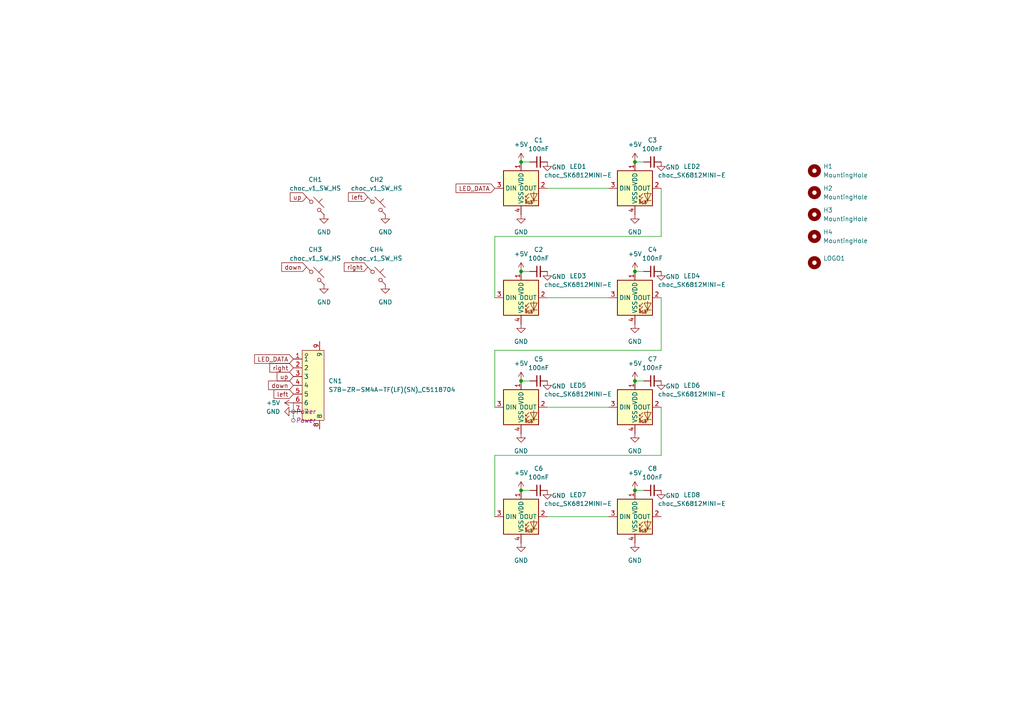
<source format=kicad_sch>
(kicad_sch
	(version 20231120)
	(generator "eeschema")
	(generator_version "8.0")
	(uuid "bb503f9d-7dde-44fc-8b0d-500d47c85fdc")
	(paper "A4")
	(title_block
		(title "wasd")
		(date "2025-02-02")
		(rev "v1")
		(company "Speedy Labs")
	)
	(lib_symbols
		(symbol "Device:C_Small"
			(pin_numbers hide)
			(pin_names
				(offset 0.254) hide)
			(exclude_from_sim no)
			(in_bom yes)
			(on_board yes)
			(property "Reference" "C"
				(at 0.254 1.778 0)
				(effects
					(font
						(size 1.27 1.27)
					)
					(justify left)
				)
			)
			(property "Value" "C_Small"
				(at 0.254 -2.032 0)
				(effects
					(font
						(size 1.27 1.27)
					)
					(justify left)
				)
			)
			(property "Footprint" ""
				(at 0 0 0)
				(effects
					(font
						(size 1.27 1.27)
					)
					(hide yes)
				)
			)
			(property "Datasheet" "~"
				(at 0 0 0)
				(effects
					(font
						(size 1.27 1.27)
					)
					(hide yes)
				)
			)
			(property "Description" "Unpolarized capacitor, small symbol"
				(at 0 0 0)
				(effects
					(font
						(size 1.27 1.27)
					)
					(hide yes)
				)
			)
			(property "ki_keywords" "capacitor cap"
				(at 0 0 0)
				(effects
					(font
						(size 1.27 1.27)
					)
					(hide yes)
				)
			)
			(property "ki_fp_filters" "C_*"
				(at 0 0 0)
				(effects
					(font
						(size 1.27 1.27)
					)
					(hide yes)
				)
			)
			(symbol "C_Small_0_1"
				(polyline
					(pts
						(xy -1.524 -0.508) (xy 1.524 -0.508)
					)
					(stroke
						(width 0.3302)
						(type default)
					)
					(fill
						(type none)
					)
				)
				(polyline
					(pts
						(xy -1.524 0.508) (xy 1.524 0.508)
					)
					(stroke
						(width 0.3048)
						(type default)
					)
					(fill
						(type none)
					)
				)
			)
			(symbol "C_Small_1_1"
				(pin passive line
					(at 0 2.54 270)
					(length 2.032)
					(name "~"
						(effects
							(font
								(size 1.27 1.27)
							)
						)
					)
					(number "1"
						(effects
							(font
								(size 1.27 1.27)
							)
						)
					)
				)
				(pin passive line
					(at 0 -2.54 90)
					(length 2.032)
					(name "~"
						(effects
							(font
								(size 1.27 1.27)
							)
						)
					)
					(number "2"
						(effects
							(font
								(size 1.27 1.27)
							)
						)
					)
				)
			)
		)
		(symbol "Mechanical:MountingHole"
			(pin_names
				(offset 1.016)
			)
			(exclude_from_sim yes)
			(in_bom no)
			(on_board yes)
			(property "Reference" "H"
				(at 0 5.08 0)
				(effects
					(font
						(size 1.27 1.27)
					)
				)
			)
			(property "Value" "MountingHole"
				(at 0 3.175 0)
				(effects
					(font
						(size 1.27 1.27)
					)
				)
			)
			(property "Footprint" ""
				(at 0 0 0)
				(effects
					(font
						(size 1.27 1.27)
					)
					(hide yes)
				)
			)
			(property "Datasheet" "~"
				(at 0 0 0)
				(effects
					(font
						(size 1.27 1.27)
					)
					(hide yes)
				)
			)
			(property "Description" "Mounting Hole without connection"
				(at 0 0 0)
				(effects
					(font
						(size 1.27 1.27)
					)
					(hide yes)
				)
			)
			(property "ki_keywords" "mounting hole"
				(at 0 0 0)
				(effects
					(font
						(size 1.27 1.27)
					)
					(hide yes)
				)
			)
			(property "ki_fp_filters" "MountingHole*"
				(at 0 0 0)
				(effects
					(font
						(size 1.27 1.27)
					)
					(hide yes)
				)
			)
			(symbol "MountingHole_0_1"
				(circle
					(center 0 0)
					(radius 1.27)
					(stroke
						(width 1.27)
						(type default)
					)
					(fill
						(type none)
					)
				)
			)
		)
		(symbol "PCM_marbastlib-choc:choc_SK6812MINI-E"
			(exclude_from_sim no)
			(in_bom yes)
			(on_board yes)
			(property "Reference" "LED"
				(at 2.54 6.35 0)
				(effects
					(font
						(size 1.27 1.27)
					)
				)
			)
			(property "Value" "choc_SK6812MINI-E"
				(at 10.795 -6.35 0)
				(effects
					(font
						(size 1.27 1.27)
					)
				)
			)
			(property "Footprint" "PCM_marbastlib-choc:LED_choc_6028R"
				(at 0 0 0)
				(effects
					(font
						(size 1.27 1.27)
					)
					(hide yes)
				)
			)
			(property "Datasheet" ""
				(at 0 0 0)
				(effects
					(font
						(size 1.27 1.27)
					)
					(hide yes)
				)
			)
			(property "Description" "Reverse mount adressable LED (WS2812 protocol)"
				(at 0 0 0)
				(effects
					(font
						(size 1.27 1.27)
					)
					(hide yes)
				)
			)
			(property "ki_keywords" "reverse mount led revmount rgb"
				(at 0 0 0)
				(effects
					(font
						(size 1.27 1.27)
					)
					(hide yes)
				)
			)
			(symbol "choc_SK6812MINI-E_0_0"
				(text "RGB"
					(at 2.286 -4.191 0)
					(effects
						(font
							(size 0.762 0.762)
						)
					)
				)
			)
			(symbol "choc_SK6812MINI-E_0_1"
				(rectangle
					(start -5.08 5.08)
					(end 5.08 -5.08)
					(stroke
						(width 0.254)
						(type default)
					)
					(fill
						(type background)
					)
				)
				(polyline
					(pts
						(xy 1.27 -3.556) (xy 1.778 -3.556)
					)
					(stroke
						(width 0)
						(type default)
					)
					(fill
						(type none)
					)
				)
				(polyline
					(pts
						(xy 1.27 -2.54) (xy 1.778 -2.54)
					)
					(stroke
						(width 0)
						(type default)
					)
					(fill
						(type none)
					)
				)
				(polyline
					(pts
						(xy 4.699 -3.556) (xy 2.667 -3.556)
					)
					(stroke
						(width 0)
						(type default)
					)
					(fill
						(type none)
					)
				)
				(polyline
					(pts
						(xy 2.286 -2.54) (xy 1.27 -3.556) (xy 1.27 -3.048)
					)
					(stroke
						(width 0)
						(type default)
					)
					(fill
						(type none)
					)
				)
				(polyline
					(pts
						(xy 2.286 -1.524) (xy 1.27 -2.54) (xy 1.27 -2.032)
					)
					(stroke
						(width 0)
						(type default)
					)
					(fill
						(type none)
					)
				)
				(polyline
					(pts
						(xy 3.683 -1.016) (xy 3.683 -3.556) (xy 3.683 -4.064)
					)
					(stroke
						(width 0)
						(type default)
					)
					(fill
						(type none)
					)
				)
				(polyline
					(pts
						(xy 4.699 -1.524) (xy 2.667 -1.524) (xy 3.683 -3.556) (xy 4.699 -1.524)
					)
					(stroke
						(width 0)
						(type default)
					)
					(fill
						(type none)
					)
				)
			)
			(symbol "choc_SK6812MINI-E_1_1"
				(pin power_in line
					(at 0 7.62 270)
					(length 2.54)
					(name "VDD"
						(effects
							(font
								(size 1.27 1.27)
							)
						)
					)
					(number "1"
						(effects
							(font
								(size 1.27 1.27)
							)
						)
					)
				)
				(pin output line
					(at 7.62 0 180)
					(length 2.54)
					(name "DOUT"
						(effects
							(font
								(size 1.27 1.27)
							)
						)
					)
					(number "2"
						(effects
							(font
								(size 1.27 1.27)
							)
						)
					)
				)
				(pin input line
					(at -7.62 0 0)
					(length 2.54)
					(name "DIN"
						(effects
							(font
								(size 1.27 1.27)
							)
						)
					)
					(number "3"
						(effects
							(font
								(size 1.27 1.27)
							)
						)
					)
				)
				(pin power_in line
					(at 0 -7.62 90)
					(length 2.54)
					(name "VSS"
						(effects
							(font
								(size 1.27 1.27)
							)
						)
					)
					(number "4"
						(effects
							(font
								(size 1.27 1.27)
							)
						)
					)
				)
			)
		)
		(symbol "PCM_marbastlib-choc:choc_v1_SW_HS_CPG135001S30"
			(pin_numbers hide)
			(pin_names
				(offset 1.016) hide)
			(exclude_from_sim no)
			(in_bom yes)
			(on_board yes)
			(property "Reference" "CH"
				(at 3.048 1.016 0)
				(effects
					(font
						(size 1.27 1.27)
					)
					(justify left)
				)
			)
			(property "Value" "choc_v1_SW_HS"
				(at 0 -3.81 0)
				(effects
					(font
						(size 1.27 1.27)
					)
				)
			)
			(property "Footprint" "PCM_marbastlib-choc:SW_choc_v1_HS_CPG135001S30_1u"
				(at 0 0 0)
				(effects
					(font
						(size 1.27 1.27)
					)
					(hide yes)
				)
			)
			(property "Datasheet" "~"
				(at 0 0 0)
				(effects
					(font
						(size 1.27 1.27)
					)
					(hide yes)
				)
			)
			(property "Description" "Push button switch, normally open, two pins, 45° tilted"
				(at 0 0 0)
				(effects
					(font
						(size 1.27 1.27)
					)
					(hide yes)
				)
			)
			(property "ki_keywords" "switch normally-open pushbutton push-button"
				(at 0 0 0)
				(effects
					(font
						(size 1.27 1.27)
					)
					(hide yes)
				)
			)
			(symbol "choc_v1_SW_HS_CPG135001S30_0_1"
				(circle
					(center -1.1684 1.1684)
					(radius 0.508)
					(stroke
						(width 0)
						(type default)
					)
					(fill
						(type none)
					)
				)
				(polyline
					(pts
						(xy -0.508 2.54) (xy 2.54 -0.508)
					)
					(stroke
						(width 0)
						(type default)
					)
					(fill
						(type none)
					)
				)
				(polyline
					(pts
						(xy 1.016 1.016) (xy 2.032 2.032)
					)
					(stroke
						(width 0)
						(type default)
					)
					(fill
						(type none)
					)
				)
				(polyline
					(pts
						(xy -2.54 2.54) (xy -1.524 1.524) (xy -1.524 1.524)
					)
					(stroke
						(width 0)
						(type default)
					)
					(fill
						(type none)
					)
				)
				(polyline
					(pts
						(xy 1.524 -1.524) (xy 2.54 -2.54) (xy 2.54 -2.54) (xy 2.54 -2.54)
					)
					(stroke
						(width 0)
						(type default)
					)
					(fill
						(type none)
					)
				)
				(circle
					(center 1.143 -1.1938)
					(radius 0.508)
					(stroke
						(width 0)
						(type default)
					)
					(fill
						(type none)
					)
				)
				(pin passive line
					(at -2.54 2.54 0)
					(length 0)
					(name "1"
						(effects
							(font
								(size 1.27 1.27)
							)
						)
					)
					(number "1"
						(effects
							(font
								(size 1.27 1.27)
							)
						)
					)
				)
				(pin passive line
					(at 2.54 -2.54 180)
					(length 0)
					(name "2"
						(effects
							(font
								(size 1.27 1.27)
							)
						)
					)
					(number "2"
						(effects
							(font
								(size 1.27 1.27)
							)
						)
					)
				)
			)
		)
		(symbol "easyeda:S7B-ZR-SM4A-TF(LF)(SN)_C5118704"
			(exclude_from_sim no)
			(in_bom yes)
			(on_board yes)
			(property "Reference" "CN"
				(at 0 17.78 0)
				(effects
					(font
						(size 1.27 1.27)
					)
				)
			)
			(property "Value" "S7B-ZR-SM4A-TF(LF)(SN)_C5118704"
				(at 0 -17.78 0)
				(effects
					(font
						(size 1.27 1.27)
					)
				)
			)
			(property "Footprint" "easyeda:CONN-SMD_S7B-ZR-SM4A-TF-LF-SN"
				(at 0 -20.32 0)
				(effects
					(font
						(size 1.27 1.27)
					)
					(hide yes)
				)
			)
			(property "Datasheet" ""
				(at 0 0 0)
				(effects
					(font
						(size 1.27 1.27)
					)
					(hide yes)
				)
			)
			(property "Description" ""
				(at 0 0 0)
				(effects
					(font
						(size 1.27 1.27)
					)
					(hide yes)
				)
			)
			(property "LCSC Part" "C5118704"
				(at 0 -22.86 0)
				(effects
					(font
						(size 1.27 1.27)
					)
					(hide yes)
				)
			)
			(symbol "S7B-ZR-SM4A-TF(LF)(SN)_C5118704_0_1"
				(rectangle
					(start -1.27 10.16)
					(end 5.08 -10.16)
					(stroke
						(width 0)
						(type default)
					)
					(fill
						(type background)
					)
				)
				(circle
					(center 0 8.89)
					(radius 0.38)
					(stroke
						(width 0)
						(type default)
					)
					(fill
						(type none)
					)
				)
				(pin unspecified line
					(at -3.81 7.62 0)
					(length 2.54)
					(name "1"
						(effects
							(font
								(size 1.27 1.27)
							)
						)
					)
					(number "1"
						(effects
							(font
								(size 1.27 1.27)
							)
						)
					)
				)
				(pin unspecified line
					(at -3.81 5.08 0)
					(length 2.54)
					(name "2"
						(effects
							(font
								(size 1.27 1.27)
							)
						)
					)
					(number "2"
						(effects
							(font
								(size 1.27 1.27)
							)
						)
					)
				)
				(pin unspecified line
					(at -3.81 2.54 0)
					(length 2.54)
					(name "3"
						(effects
							(font
								(size 1.27 1.27)
							)
						)
					)
					(number "3"
						(effects
							(font
								(size 1.27 1.27)
							)
						)
					)
				)
				(pin unspecified line
					(at -3.81 0 0)
					(length 2.54)
					(name "4"
						(effects
							(font
								(size 1.27 1.27)
							)
						)
					)
					(number "4"
						(effects
							(font
								(size 1.27 1.27)
							)
						)
					)
				)
				(pin unspecified line
					(at -3.81 -2.54 0)
					(length 2.54)
					(name "5"
						(effects
							(font
								(size 1.27 1.27)
							)
						)
					)
					(number "5"
						(effects
							(font
								(size 1.27 1.27)
							)
						)
					)
				)
				(pin unspecified line
					(at -3.81 -5.08 0)
					(length 2.54)
					(name "6"
						(effects
							(font
								(size 1.27 1.27)
							)
						)
					)
					(number "6"
						(effects
							(font
								(size 1.27 1.27)
							)
						)
					)
				)
				(pin unspecified line
					(at -3.81 -7.62 0)
					(length 2.54)
					(name "7"
						(effects
							(font
								(size 1.27 1.27)
							)
						)
					)
					(number "7"
						(effects
							(font
								(size 1.27 1.27)
							)
						)
					)
				)
				(pin unspecified line
					(at 3.81 -12.7 90)
					(length 2.54)
					(name "8"
						(effects
							(font
								(size 1.27 1.27)
							)
						)
					)
					(number "8"
						(effects
							(font
								(size 1.27 1.27)
							)
						)
					)
				)
				(pin unspecified line
					(at 3.81 12.7 270)
					(length 2.54)
					(name "9"
						(effects
							(font
								(size 1.27 1.27)
							)
						)
					)
					(number "9"
						(effects
							(font
								(size 1.27 1.27)
							)
						)
					)
				)
			)
		)
		(symbol "power:+5V"
			(power)
			(pin_numbers hide)
			(pin_names
				(offset 0) hide)
			(exclude_from_sim no)
			(in_bom yes)
			(on_board yes)
			(property "Reference" "#PWR"
				(at 0 -3.81 0)
				(effects
					(font
						(size 1.27 1.27)
					)
					(hide yes)
				)
			)
			(property "Value" "+5V"
				(at 0 3.556 0)
				(effects
					(font
						(size 1.27 1.27)
					)
				)
			)
			(property "Footprint" ""
				(at 0 0 0)
				(effects
					(font
						(size 1.27 1.27)
					)
					(hide yes)
				)
			)
			(property "Datasheet" ""
				(at 0 0 0)
				(effects
					(font
						(size 1.27 1.27)
					)
					(hide yes)
				)
			)
			(property "Description" "Power symbol creates a global label with name \"+5V\""
				(at 0 0 0)
				(effects
					(font
						(size 1.27 1.27)
					)
					(hide yes)
				)
			)
			(property "ki_keywords" "global power"
				(at 0 0 0)
				(effects
					(font
						(size 1.27 1.27)
					)
					(hide yes)
				)
			)
			(symbol "+5V_0_1"
				(polyline
					(pts
						(xy -0.762 1.27) (xy 0 2.54)
					)
					(stroke
						(width 0)
						(type default)
					)
					(fill
						(type none)
					)
				)
				(polyline
					(pts
						(xy 0 0) (xy 0 2.54)
					)
					(stroke
						(width 0)
						(type default)
					)
					(fill
						(type none)
					)
				)
				(polyline
					(pts
						(xy 0 2.54) (xy 0.762 1.27)
					)
					(stroke
						(width 0)
						(type default)
					)
					(fill
						(type none)
					)
				)
			)
			(symbol "+5V_1_1"
				(pin power_in line
					(at 0 0 90)
					(length 0)
					(name "~"
						(effects
							(font
								(size 1.27 1.27)
							)
						)
					)
					(number "1"
						(effects
							(font
								(size 1.27 1.27)
							)
						)
					)
				)
			)
		)
		(symbol "power:GND"
			(power)
			(pin_numbers hide)
			(pin_names
				(offset 0) hide)
			(exclude_from_sim no)
			(in_bom yes)
			(on_board yes)
			(property "Reference" "#PWR"
				(at 0 -6.35 0)
				(effects
					(font
						(size 1.27 1.27)
					)
					(hide yes)
				)
			)
			(property "Value" "GND"
				(at 0 -3.81 0)
				(effects
					(font
						(size 1.27 1.27)
					)
				)
			)
			(property "Footprint" ""
				(at 0 0 0)
				(effects
					(font
						(size 1.27 1.27)
					)
					(hide yes)
				)
			)
			(property "Datasheet" ""
				(at 0 0 0)
				(effects
					(font
						(size 1.27 1.27)
					)
					(hide yes)
				)
			)
			(property "Description" "Power symbol creates a global label with name \"GND\" , ground"
				(at 0 0 0)
				(effects
					(font
						(size 1.27 1.27)
					)
					(hide yes)
				)
			)
			(property "ki_keywords" "global power"
				(at 0 0 0)
				(effects
					(font
						(size 1.27 1.27)
					)
					(hide yes)
				)
			)
			(symbol "GND_0_1"
				(polyline
					(pts
						(xy 0 0) (xy 0 -1.27) (xy 1.27 -1.27) (xy 0 -2.54) (xy -1.27 -1.27) (xy 0 -1.27)
					)
					(stroke
						(width 0)
						(type default)
					)
					(fill
						(type none)
					)
				)
			)
			(symbol "GND_1_1"
				(pin power_in line
					(at 0 0 270)
					(length 0)
					(name "~"
						(effects
							(font
								(size 1.27 1.27)
							)
						)
					)
					(number "1"
						(effects
							(font
								(size 1.27 1.27)
							)
						)
					)
				)
			)
		)
	)
	(junction
		(at 151.13 78.74)
		(diameter 0)
		(color 0 0 0 0)
		(uuid "0f8a4b78-8ea0-48e8-b756-fb4cc089cfa5")
	)
	(junction
		(at 184.15 142.24)
		(diameter 0)
		(color 0 0 0 0)
		(uuid "1ce5210c-b20f-4476-944c-23379f452449")
	)
	(junction
		(at 151.13 142.24)
		(diameter 0)
		(color 0 0 0 0)
		(uuid "5e7e519e-f0c5-4f42-8205-9859f4e678b2")
	)
	(junction
		(at 184.15 110.49)
		(diameter 0)
		(color 0 0 0 0)
		(uuid "632a6009-5d7e-4ca1-abbd-e2f6d6630dba")
	)
	(junction
		(at 151.13 46.99)
		(diameter 0)
		(color 0 0 0 0)
		(uuid "6ef5cc0f-1533-4a5b-9362-f286065183b1")
	)
	(junction
		(at 184.15 78.74)
		(diameter 0)
		(color 0 0 0 0)
		(uuid "71330276-3b78-4f28-a2cd-28f947c98657")
	)
	(junction
		(at 151.13 110.49)
		(diameter 0)
		(color 0 0 0 0)
		(uuid "94e2e110-6060-4213-94d8-57dc5f74fd58")
	)
	(junction
		(at 184.15 46.99)
		(diameter 0)
		(color 0 0 0 0)
		(uuid "caa64f0c-16d5-401f-8ec5-509541aa561b")
	)
	(wire
		(pts
			(xy 143.51 86.36) (xy 143.51 68.58)
		)
		(stroke
			(width 0)
			(type default)
		)
		(uuid "1102290f-7e96-405d-9d1c-e2296ed308fc")
	)
	(wire
		(pts
			(xy 184.15 110.49) (xy 186.69 110.49)
		)
		(stroke
			(width 0)
			(type default)
		)
		(uuid "153cdf5b-34af-406a-a6dc-033e4f2f60d9")
	)
	(wire
		(pts
			(xy 191.77 132.08) (xy 191.77 118.11)
		)
		(stroke
			(width 0)
			(type default)
		)
		(uuid "154c13df-6912-4c7a-8aa1-14f5ab54d622")
	)
	(wire
		(pts
			(xy 143.51 118.11) (xy 143.51 101.6)
		)
		(stroke
			(width 0)
			(type default)
		)
		(uuid "21a033cd-6f68-4826-a3dd-a0aacf828c5b")
	)
	(wire
		(pts
			(xy 158.75 149.86) (xy 176.53 149.86)
		)
		(stroke
			(width 0)
			(type default)
		)
		(uuid "43c49ac8-5e81-4ed0-bfef-3c2c0603643a")
	)
	(wire
		(pts
			(xy 158.75 118.11) (xy 176.53 118.11)
		)
		(stroke
			(width 0)
			(type default)
		)
		(uuid "58da3f5d-8792-4dd7-b33f-9f7dbb460196")
	)
	(wire
		(pts
			(xy 143.51 132.08) (xy 191.77 132.08)
		)
		(stroke
			(width 0)
			(type default)
		)
		(uuid "5d6cdd44-8e6e-455e-adaf-0dae0053055c")
	)
	(wire
		(pts
			(xy 158.75 54.61) (xy 176.53 54.61)
		)
		(stroke
			(width 0)
			(type default)
		)
		(uuid "636703be-796b-4a5c-af63-b57981af82c1")
	)
	(wire
		(pts
			(xy 151.13 110.49) (xy 153.67 110.49)
		)
		(stroke
			(width 0)
			(type default)
		)
		(uuid "7322bb01-2d8e-4ad9-ac56-42301ccf46fa")
	)
	(wire
		(pts
			(xy 143.51 101.6) (xy 191.77 101.6)
		)
		(stroke
			(width 0)
			(type default)
		)
		(uuid "7411a12a-ee73-426c-aa43-6b6979247272")
	)
	(wire
		(pts
			(xy 158.75 86.36) (xy 176.53 86.36)
		)
		(stroke
			(width 0)
			(type default)
		)
		(uuid "8bada106-53a3-4754-a032-b3ec05006568")
	)
	(wire
		(pts
			(xy 184.15 142.24) (xy 186.69 142.24)
		)
		(stroke
			(width 0)
			(type default)
		)
		(uuid "8cc6b683-4a50-4ba7-ad19-a9c355bdc18f")
	)
	(wire
		(pts
			(xy 151.13 78.74) (xy 153.67 78.74)
		)
		(stroke
			(width 0)
			(type default)
		)
		(uuid "9d9fa4cc-bedc-4738-9a5a-b49948e469a7")
	)
	(wire
		(pts
			(xy 191.77 68.58) (xy 191.77 54.61)
		)
		(stroke
			(width 0)
			(type default)
		)
		(uuid "ac84789b-5429-43db-af48-06bf54ba4f1b")
	)
	(wire
		(pts
			(xy 191.77 101.6) (xy 191.77 86.36)
		)
		(stroke
			(width 0)
			(type default)
		)
		(uuid "bf83b187-32dc-4f8f-933f-2cc30ed895cc")
	)
	(wire
		(pts
			(xy 143.51 68.58) (xy 191.77 68.58)
		)
		(stroke
			(width 0)
			(type default)
		)
		(uuid "c07a78e4-15ce-421f-b7db-5e7755e645a3")
	)
	(wire
		(pts
			(xy 184.15 78.74) (xy 186.69 78.74)
		)
		(stroke
			(width 0)
			(type default)
		)
		(uuid "c2b83816-8838-4ddc-ad9a-275ec4b71af4")
	)
	(wire
		(pts
			(xy 143.51 149.86) (xy 143.51 132.08)
		)
		(stroke
			(width 0)
			(type default)
		)
		(uuid "d47185bd-d251-4bdf-9490-8463623ecbec")
	)
	(wire
		(pts
			(xy 151.13 46.99) (xy 153.67 46.99)
		)
		(stroke
			(width 0)
			(type default)
		)
		(uuid "d5320aed-4fcb-400d-b9ce-267f26b39365")
	)
	(wire
		(pts
			(xy 184.15 46.99) (xy 186.69 46.99)
		)
		(stroke
			(width 0)
			(type default)
		)
		(uuid "ee448acf-268e-4cdd-a2f7-fedf0ab72ca2")
	)
	(wire
		(pts
			(xy 151.13 142.24) (xy 153.67 142.24)
		)
		(stroke
			(width 0)
			(type default)
		)
		(uuid "fdfe0d60-f2ad-40f9-ab61-92dbcdf185f2")
	)
	(global_label "right"
		(shape input)
		(at 106.68 77.47 180)
		(fields_autoplaced yes)
		(effects
			(font
				(size 1.27 1.27)
			)
			(justify right)
		)
		(uuid "430a717e-2756-4eb7-a9c7-b96e2a4b27d6")
		(property "Intersheetrefs" "${INTERSHEET_REFS}"
			(at 99.2801 77.47 0)
			(effects
				(font
					(size 1.27 1.27)
				)
				(justify right)
				(hide yes)
			)
		)
	)
	(global_label "up"
		(shape input)
		(at 88.9 57.15 180)
		(fields_autoplaced yes)
		(effects
			(font
				(size 1.27 1.27)
			)
			(justify right)
		)
		(uuid "46265b20-a69a-4018-b73c-274bde3c2a65")
		(property "Intersheetrefs" "${INTERSHEET_REFS}"
			(at 83.6168 57.15 0)
			(effects
				(font
					(size 1.27 1.27)
				)
				(justify right)
				(hide yes)
			)
		)
	)
	(global_label "right"
		(shape input)
		(at 85.09 106.68 180)
		(fields_autoplaced yes)
		(effects
			(font
				(size 1.27 1.27)
			)
			(justify right)
		)
		(uuid "760565c7-3765-41f0-9aa1-790a1c602f11")
		(property "Intersheetrefs" "${INTERSHEET_REFS}"
			(at 77.6901 106.68 0)
			(effects
				(font
					(size 1.27 1.27)
				)
				(justify right)
				(hide yes)
			)
		)
	)
	(global_label "down"
		(shape input)
		(at 85.09 111.76 180)
		(fields_autoplaced yes)
		(effects
			(font
				(size 1.27 1.27)
			)
			(justify right)
		)
		(uuid "85799ffa-6c61-4a9b-84ea-319876ecc1ac")
		(property "Intersheetrefs" "${INTERSHEET_REFS}"
			(at 77.3273 111.76 0)
			(effects
				(font
					(size 1.27 1.27)
				)
				(justify right)
				(hide yes)
			)
		)
	)
	(global_label "down"
		(shape input)
		(at 88.9 77.47 180)
		(fields_autoplaced yes)
		(effects
			(font
				(size 1.27 1.27)
			)
			(justify right)
		)
		(uuid "8f115973-2284-468e-b3aa-81db4b1d2655")
		(property "Intersheetrefs" "${INTERSHEET_REFS}"
			(at 81.1373 77.47 0)
			(effects
				(font
					(size 1.27 1.27)
				)
				(justify right)
				(hide yes)
			)
		)
	)
	(global_label "LED_DATA"
		(shape input)
		(at 143.51 54.61 180)
		(fields_autoplaced yes)
		(effects
			(font
				(size 1.27 1.27)
			)
			(justify right)
		)
		(uuid "9c462663-63a9-4149-a5f1-71d86fcee2ad")
		(property "Intersheetrefs" "${INTERSHEET_REFS}"
			(at 131.6953 54.61 0)
			(effects
				(font
					(size 1.27 1.27)
				)
				(justify right)
				(hide yes)
			)
		)
	)
	(global_label "LED_DATA"
		(shape input)
		(at 85.09 104.14 180)
		(fields_autoplaced yes)
		(effects
			(font
				(size 1.27 1.27)
			)
			(justify right)
		)
		(uuid "c170e4d7-fed7-48c4-b1b5-16de4d190345")
		(property "Intersheetrefs" "${INTERSHEET_REFS}"
			(at 73.2753 104.14 0)
			(effects
				(font
					(size 1.27 1.27)
				)
				(justify right)
				(hide yes)
			)
		)
	)
	(global_label "up"
		(shape input)
		(at 85.09 109.22 180)
		(fields_autoplaced yes)
		(effects
			(font
				(size 1.27 1.27)
			)
			(justify right)
		)
		(uuid "cdb87742-0954-4485-8b9e-baf787df1bd7")
		(property "Intersheetrefs" "${INTERSHEET_REFS}"
			(at 79.8068 109.22 0)
			(effects
				(font
					(size 1.27 1.27)
				)
				(justify right)
				(hide yes)
			)
		)
	)
	(global_label "left"
		(shape input)
		(at 85.09 114.3 180)
		(fields_autoplaced yes)
		(effects
			(font
				(size 1.27 1.27)
			)
			(justify right)
		)
		(uuid "e98274af-bb0c-48bd-b4da-dbaa146072e3")
		(property "Intersheetrefs" "${INTERSHEET_REFS}"
			(at 78.8996 114.3 0)
			(effects
				(font
					(size 1.27 1.27)
				)
				(justify right)
				(hide yes)
			)
		)
	)
	(global_label "left"
		(shape input)
		(at 106.68 57.15 180)
		(fields_autoplaced yes)
		(effects
			(font
				(size 1.27 1.27)
			)
			(justify right)
		)
		(uuid "f5d18c4f-faae-4b11-a164-aa0325ffe810")
		(property "Intersheetrefs" "${INTERSHEET_REFS}"
			(at 100.4896 57.15 0)
			(effects
				(font
					(size 1.27 1.27)
				)
				(justify right)
				(hide yes)
			)
		)
	)
	(netclass_flag ""
		(length 2.54)
		(shape round)
		(at 85.09 116.84 180)
		(fields_autoplaced yes)
		(effects
			(font
				(size 1.27 1.27)
			)
			(justify right bottom)
		)
		(uuid "905a8dc2-60d1-4d11-ad2d-5d2ff4f84aa1")
		(property "Netclass" "Power"
			(at 85.7885 119.38 0)
			(effects
				(font
					(size 1.27 1.27)
					(italic yes)
				)
				(justify left)
			)
		)
	)
	(netclass_flag ""
		(length 2.54)
		(shape round)
		(at 85.09 119.38 180)
		(fields_autoplaced yes)
		(effects
			(font
				(size 1.27 1.27)
			)
			(justify right bottom)
		)
		(uuid "937fe23e-f9f3-447c-b7e6-4aaccf28861e")
		(property "Netclass" "Power"
			(at 85.7885 121.92 0)
			(effects
				(font
					(size 1.27 1.27)
					(italic yes)
				)
				(justify left)
			)
		)
	)
	(symbol
		(lib_id "PCM_marbastlib-choc:choc_SK6812MINI-E")
		(at 151.13 86.36 0)
		(unit 1)
		(exclude_from_sim no)
		(in_bom yes)
		(on_board yes)
		(dnp no)
		(fields_autoplaced yes)
		(uuid "0646d18e-f126-42c3-9016-4c78ba8ed6a7")
		(property "Reference" "LED3"
			(at 167.64 80.0414 0)
			(effects
				(font
					(size 1.27 1.27)
				)
			)
		)
		(property "Value" "choc_SK6812MINI-E"
			(at 167.64 82.5814 0)
			(effects
				(font
					(size 1.27 1.27)
				)
			)
		)
		(property "Footprint" "PCM_marbastlib-choc:LED_choc_6028R"
			(at 151.13 86.36 0)
			(effects
				(font
					(size 1.27 1.27)
				)
				(hide yes)
			)
		)
		(property "Datasheet" ""
			(at 151.13 86.36 0)
			(effects
				(font
					(size 1.27 1.27)
				)
				(hide yes)
			)
		)
		(property "Description" "Reverse mount adressable LED (WS2812 protocol)"
			(at 151.13 86.36 0)
			(effects
				(font
					(size 1.27 1.27)
				)
				(hide yes)
			)
		)
		(property "LCSC" "C5149201"
			(at 151.13 86.36 0)
			(effects
				(font
					(size 1.27 1.27)
				)
				(hide yes)
			)
		)
		(pin "3"
			(uuid "d3d0553b-f9d8-40c5-9e46-78ec5e7661f0")
		)
		(pin "2"
			(uuid "cdf7834f-66ee-438a-9f13-64601dcfd0c4")
		)
		(pin "4"
			(uuid "1c19fe2b-f73a-4e39-b0fb-d8efdf40bb54")
		)
		(pin "1"
			(uuid "3357c6a5-5b4d-4d09-95c7-d4a3fd14452e")
		)
		(instances
			(project "wasd"
				(path "/bb503f9d-7dde-44fc-8b0d-500d47c85fdc"
					(reference "LED3")
					(unit 1)
				)
			)
		)
	)
	(symbol
		(lib_id "PCM_marbastlib-choc:choc_v1_SW_HS_CPG135001S30")
		(at 109.22 59.69 0)
		(unit 1)
		(exclude_from_sim no)
		(in_bom yes)
		(on_board yes)
		(dnp no)
		(fields_autoplaced yes)
		(uuid "0ad94857-4a38-4181-ba13-2450fd8b55fc")
		(property "Reference" "CH2"
			(at 109.22 52.07 0)
			(effects
				(font
					(size 1.27 1.27)
				)
			)
		)
		(property "Value" "choc_v1_SW_HS"
			(at 109.22 54.61 0)
			(effects
				(font
					(size 1.27 1.27)
				)
			)
		)
		(property "Footprint" "PCM_marbastlib-xp-choc:SW_choc_v2_HS_CPG135001S30_1u"
			(at 109.22 59.69 0)
			(effects
				(font
					(size 1.27 1.27)
				)
				(hide yes)
			)
		)
		(property "Datasheet" "~"
			(at 109.22 59.69 0)
			(effects
				(font
					(size 1.27 1.27)
				)
				(hide yes)
			)
		)
		(property "Description" "Push button switch, normally open, two pins, 45° tilted"
			(at 109.22 59.69 0)
			(effects
				(font
					(size 1.27 1.27)
				)
				(hide yes)
			)
		)
		(property "LCSC" "C5333465"
			(at 109.22 59.69 0)
			(effects
				(font
					(size 1.27 1.27)
				)
				(hide yes)
			)
		)
		(pin "1"
			(uuid "6f7fab06-008a-480e-8896-a65fae293d14")
		)
		(pin "2"
			(uuid "d2d930ac-89a4-4fa6-a52c-dc26aeb35488")
		)
		(instances
			(project "wasd"
				(path "/bb503f9d-7dde-44fc-8b0d-500d47c85fdc"
					(reference "CH2")
					(unit 1)
				)
			)
		)
	)
	(symbol
		(lib_id "Device:C_Small")
		(at 189.23 110.49 90)
		(unit 1)
		(exclude_from_sim no)
		(in_bom yes)
		(on_board yes)
		(dnp no)
		(fields_autoplaced yes)
		(uuid "0c06892d-18d3-40a2-b07a-91ecf27fb489")
		(property "Reference" "C7"
			(at 189.2363 104.14 90)
			(effects
				(font
					(size 1.27 1.27)
				)
			)
		)
		(property "Value" "100nF"
			(at 189.2363 106.68 90)
			(effects
				(font
					(size 1.27 1.27)
				)
			)
		)
		(property "Footprint" "Capacitor_SMD:C_0402_1005Metric"
			(at 189.23 110.49 0)
			(effects
				(font
					(size 1.27 1.27)
				)
				(hide yes)
			)
		)
		(property "Datasheet" "~"
			(at 189.23 110.49 0)
			(effects
				(font
					(size 1.27 1.27)
				)
				(hide yes)
			)
		)
		(property "Description" "Unpolarized capacitor, small symbol"
			(at 189.23 110.49 0)
			(effects
				(font
					(size 1.27 1.27)
				)
				(hide yes)
			)
		)
		(property "LCSC" "C1525"
			(at 189.23 110.49 90)
			(effects
				(font
					(size 1.27 1.27)
				)
				(hide yes)
			)
		)
		(pin "2"
			(uuid "3aeaaeb8-3d86-4eac-b472-a8646ede7f23")
		)
		(pin "1"
			(uuid "47da69ab-22ab-4a56-945e-dd5fb763ea4c")
		)
		(instances
			(project "wasd"
				(path "/bb503f9d-7dde-44fc-8b0d-500d47c85fdc"
					(reference "C7")
					(unit 1)
				)
			)
		)
	)
	(symbol
		(lib_id "Mechanical:MountingHole")
		(at 236.22 49.53 0)
		(unit 1)
		(exclude_from_sim yes)
		(in_bom no)
		(on_board yes)
		(dnp no)
		(fields_autoplaced yes)
		(uuid "17abd58f-2ade-4ae6-87a0-db106b999de0")
		(property "Reference" "H1"
			(at 238.76 48.2599 0)
			(effects
				(font
					(size 1.27 1.27)
				)
				(justify left)
			)
		)
		(property "Value" "MountingHole"
			(at 238.76 50.7999 0)
			(effects
				(font
					(size 1.27 1.27)
				)
				(justify left)
			)
		)
		(property "Footprint" "MountingHole:MountingHole_3mm"
			(at 236.22 49.53 0)
			(effects
				(font
					(size 1.27 1.27)
				)
				(hide yes)
			)
		)
		(property "Datasheet" "~"
			(at 236.22 49.53 0)
			(effects
				(font
					(size 1.27 1.27)
				)
				(hide yes)
			)
		)
		(property "Description" "Mounting Hole without connection"
			(at 236.22 49.53 0)
			(effects
				(font
					(size 1.27 1.27)
				)
				(hide yes)
			)
		)
		(instances
			(project ""
				(path "/bb503f9d-7dde-44fc-8b0d-500d47c85fdc"
					(reference "H1")
					(unit 1)
				)
			)
		)
	)
	(symbol
		(lib_id "power:GND")
		(at 151.13 93.98 0)
		(unit 1)
		(exclude_from_sim no)
		(in_bom yes)
		(on_board yes)
		(dnp no)
		(fields_autoplaced yes)
		(uuid "1c95f7e8-dc12-49ca-8f9c-eae18067cccc")
		(property "Reference" "#PWR07"
			(at 151.13 100.33 0)
			(effects
				(font
					(size 1.27 1.27)
				)
				(hide yes)
			)
		)
		(property "Value" "GND"
			(at 151.13 99.06 0)
			(effects
				(font
					(size 1.27 1.27)
				)
			)
		)
		(property "Footprint" ""
			(at 151.13 93.98 0)
			(effects
				(font
					(size 1.27 1.27)
				)
				(hide yes)
			)
		)
		(property "Datasheet" ""
			(at 151.13 93.98 0)
			(effects
				(font
					(size 1.27 1.27)
				)
				(hide yes)
			)
		)
		(property "Description" "Power symbol creates a global label with name \"GND\" , ground"
			(at 151.13 93.98 0)
			(effects
				(font
					(size 1.27 1.27)
				)
				(hide yes)
			)
		)
		(pin "1"
			(uuid "761961ad-404a-47aa-a407-0e036eaf9d97")
		)
		(instances
			(project "wasd"
				(path "/bb503f9d-7dde-44fc-8b0d-500d47c85fdc"
					(reference "#PWR07")
					(unit 1)
				)
			)
		)
	)
	(symbol
		(lib_id "PCM_marbastlib-choc:choc_SK6812MINI-E")
		(at 184.15 149.86 0)
		(unit 1)
		(exclude_from_sim no)
		(in_bom yes)
		(on_board yes)
		(dnp no)
		(fields_autoplaced yes)
		(uuid "29c405d6-46cd-428e-9519-f85119f9ba10")
		(property "Reference" "LED8"
			(at 200.66 143.5414 0)
			(effects
				(font
					(size 1.27 1.27)
				)
			)
		)
		(property "Value" "choc_SK6812MINI-E"
			(at 200.66 146.0814 0)
			(effects
				(font
					(size 1.27 1.27)
				)
			)
		)
		(property "Footprint" "PCM_marbastlib-choc:LED_choc_6028R"
			(at 184.15 149.86 0)
			(effects
				(font
					(size 1.27 1.27)
				)
				(hide yes)
			)
		)
		(property "Datasheet" ""
			(at 184.15 149.86 0)
			(effects
				(font
					(size 1.27 1.27)
				)
				(hide yes)
			)
		)
		(property "Description" "Reverse mount adressable LED (WS2812 protocol)"
			(at 184.15 149.86 0)
			(effects
				(font
					(size 1.27 1.27)
				)
				(hide yes)
			)
		)
		(property "LCSC" "C5149201"
			(at 184.15 149.86 0)
			(effects
				(font
					(size 1.27 1.27)
				)
				(hide yes)
			)
		)
		(pin "3"
			(uuid "84569567-695b-4e09-81c2-192e54304d7b")
		)
		(pin "2"
			(uuid "d98e1421-ecbf-42b6-ad12-d4b0fb685551")
		)
		(pin "4"
			(uuid "e82caa7c-3f9c-4f2f-9efa-8ff4cd85e529")
		)
		(pin "1"
			(uuid "cbb3b773-8dbc-4eb2-b274-6da298fe1490")
		)
		(instances
			(project "wasd"
				(path "/bb503f9d-7dde-44fc-8b0d-500d47c85fdc"
					(reference "LED8")
					(unit 1)
				)
			)
		)
	)
	(symbol
		(lib_id "power:GND")
		(at 158.75 110.49 0)
		(unit 1)
		(exclude_from_sim no)
		(in_bom yes)
		(on_board yes)
		(dnp no)
		(uuid "390b2e7b-b0b9-435c-b8f1-d8596da5fc46")
		(property "Reference" "#PWR023"
			(at 158.75 116.84 0)
			(effects
				(font
					(size 1.27 1.27)
				)
				(hide yes)
			)
		)
		(property "Value" "GND"
			(at 162.052 112.014 0)
			(effects
				(font
					(size 1.27 1.27)
				)
			)
		)
		(property "Footprint" ""
			(at 158.75 110.49 0)
			(effects
				(font
					(size 1.27 1.27)
				)
				(hide yes)
			)
		)
		(property "Datasheet" ""
			(at 158.75 110.49 0)
			(effects
				(font
					(size 1.27 1.27)
				)
				(hide yes)
			)
		)
		(property "Description" "Power symbol creates a global label with name \"GND\" , ground"
			(at 158.75 110.49 0)
			(effects
				(font
					(size 1.27 1.27)
				)
				(hide yes)
			)
		)
		(pin "1"
			(uuid "745d533c-78c7-4ec2-9c56-113ab7d74725")
		)
		(instances
			(project "wasd"
				(path "/bb503f9d-7dde-44fc-8b0d-500d47c85fdc"
					(reference "#PWR023")
					(unit 1)
				)
			)
		)
	)
	(symbol
		(lib_id "power:+5V")
		(at 151.13 110.49 0)
		(unit 1)
		(exclude_from_sim no)
		(in_bom yes)
		(on_board yes)
		(dnp no)
		(fields_autoplaced yes)
		(uuid "3aa69c0c-635f-4e43-99c3-b3b7d829fffb")
		(property "Reference" "#PWR019"
			(at 151.13 114.3 0)
			(effects
				(font
					(size 1.27 1.27)
				)
				(hide yes)
			)
		)
		(property "Value" "+5V"
			(at 151.13 105.41 0)
			(effects
				(font
					(size 1.27 1.27)
				)
			)
		)
		(property "Footprint" ""
			(at 151.13 110.49 0)
			(effects
				(font
					(size 1.27 1.27)
				)
				(hide yes)
			)
		)
		(property "Datasheet" ""
			(at 151.13 110.49 0)
			(effects
				(font
					(size 1.27 1.27)
				)
				(hide yes)
			)
		)
		(property "Description" "Power symbol creates a global label with name \"+5V\""
			(at 151.13 110.49 0)
			(effects
				(font
					(size 1.27 1.27)
				)
				(hide yes)
			)
		)
		(pin "1"
			(uuid "c19b069c-e605-401d-842f-03cf8c9152bd")
		)
		(instances
			(project "wasd"
				(path "/bb503f9d-7dde-44fc-8b0d-500d47c85fdc"
					(reference "#PWR019")
					(unit 1)
				)
			)
		)
	)
	(symbol
		(lib_id "Mechanical:MountingHole")
		(at 236.22 62.23 0)
		(unit 1)
		(exclude_from_sim yes)
		(in_bom no)
		(on_board yes)
		(dnp no)
		(fields_autoplaced yes)
		(uuid "3dd31ccc-b09e-4f78-a92f-06c5797073f9")
		(property "Reference" "H3"
			(at 238.76 60.9599 0)
			(effects
				(font
					(size 1.27 1.27)
				)
				(justify left)
			)
		)
		(property "Value" "MountingHole"
			(at 238.76 63.4999 0)
			(effects
				(font
					(size 1.27 1.27)
				)
				(justify left)
			)
		)
		(property "Footprint" "MountingHole:MountingHole_3mm"
			(at 236.22 62.23 0)
			(effects
				(font
					(size 1.27 1.27)
				)
				(hide yes)
			)
		)
		(property "Datasheet" "~"
			(at 236.22 62.23 0)
			(effects
				(font
					(size 1.27 1.27)
				)
				(hide yes)
			)
		)
		(property "Description" "Mounting Hole without connection"
			(at 236.22 62.23 0)
			(effects
				(font
					(size 1.27 1.27)
				)
				(hide yes)
			)
		)
		(instances
			(project "wasd"
				(path "/bb503f9d-7dde-44fc-8b0d-500d47c85fdc"
					(reference "H3")
					(unit 1)
				)
			)
		)
	)
	(symbol
		(lib_id "power:GND")
		(at 93.98 62.23 0)
		(unit 1)
		(exclude_from_sim no)
		(in_bom yes)
		(on_board yes)
		(dnp no)
		(fields_autoplaced yes)
		(uuid "488b4d5c-be26-4686-8e9e-e80cd58df69e")
		(property "Reference" "#PWR04"
			(at 93.98 68.58 0)
			(effects
				(font
					(size 1.27 1.27)
				)
				(hide yes)
			)
		)
		(property "Value" "GND"
			(at 93.98 67.31 0)
			(effects
				(font
					(size 1.27 1.27)
				)
			)
		)
		(property "Footprint" ""
			(at 93.98 62.23 0)
			(effects
				(font
					(size 1.27 1.27)
				)
				(hide yes)
			)
		)
		(property "Datasheet" ""
			(at 93.98 62.23 0)
			(effects
				(font
					(size 1.27 1.27)
				)
				(hide yes)
			)
		)
		(property "Description" "Power symbol creates a global label with name \"GND\" , ground"
			(at 93.98 62.23 0)
			(effects
				(font
					(size 1.27 1.27)
				)
				(hide yes)
			)
		)
		(pin "1"
			(uuid "48c20e84-0ec3-4c4a-bdba-04e5ef9eb097")
		)
		(instances
			(project "wasd"
				(path "/bb503f9d-7dde-44fc-8b0d-500d47c85fdc"
					(reference "#PWR04")
					(unit 1)
				)
			)
		)
	)
	(symbol
		(lib_id "power:GND")
		(at 151.13 157.48 0)
		(unit 1)
		(exclude_from_sim no)
		(in_bom yes)
		(on_board yes)
		(dnp no)
		(fields_autoplaced yes)
		(uuid "50982533-d6c1-472f-8c02-e4299ae92459")
		(property "Reference" "#PWR022"
			(at 151.13 163.83 0)
			(effects
				(font
					(size 1.27 1.27)
				)
				(hide yes)
			)
		)
		(property "Value" "GND"
			(at 151.13 162.56 0)
			(effects
				(font
					(size 1.27 1.27)
				)
			)
		)
		(property "Footprint" ""
			(at 151.13 157.48 0)
			(effects
				(font
					(size 1.27 1.27)
				)
				(hide yes)
			)
		)
		(property "Datasheet" ""
			(at 151.13 157.48 0)
			(effects
				(font
					(size 1.27 1.27)
				)
				(hide yes)
			)
		)
		(property "Description" "Power symbol creates a global label with name \"GND\" , ground"
			(at 151.13 157.48 0)
			(effects
				(font
					(size 1.27 1.27)
				)
				(hide yes)
			)
		)
		(pin "1"
			(uuid "1dbdd501-debd-484d-870d-7edee6316c5d")
		)
		(instances
			(project "wasd"
				(path "/bb503f9d-7dde-44fc-8b0d-500d47c85fdc"
					(reference "#PWR022")
					(unit 1)
				)
			)
		)
	)
	(symbol
		(lib_id "power:GND")
		(at 158.75 142.24 0)
		(unit 1)
		(exclude_from_sim no)
		(in_bom yes)
		(on_board yes)
		(dnp no)
		(uuid "52ce2227-9792-4a1d-babf-e362a0d9b301")
		(property "Reference" "#PWR024"
			(at 158.75 148.59 0)
			(effects
				(font
					(size 1.27 1.27)
				)
				(hide yes)
			)
		)
		(property "Value" "GND"
			(at 162.052 143.764 0)
			(effects
				(font
					(size 1.27 1.27)
				)
			)
		)
		(property "Footprint" ""
			(at 158.75 142.24 0)
			(effects
				(font
					(size 1.27 1.27)
				)
				(hide yes)
			)
		)
		(property "Datasheet" ""
			(at 158.75 142.24 0)
			(effects
				(font
					(size 1.27 1.27)
				)
				(hide yes)
			)
		)
		(property "Description" "Power symbol creates a global label with name \"GND\" , ground"
			(at 158.75 142.24 0)
			(effects
				(font
					(size 1.27 1.27)
				)
				(hide yes)
			)
		)
		(pin "1"
			(uuid "b282b4c0-cd6b-421f-8d46-f103d04501a2")
		)
		(instances
			(project "wasd"
				(path "/bb503f9d-7dde-44fc-8b0d-500d47c85fdc"
					(reference "#PWR024")
					(unit 1)
				)
			)
		)
	)
	(symbol
		(lib_id "PCM_marbastlib-choc:choc_SK6812MINI-E")
		(at 184.15 86.36 0)
		(unit 1)
		(exclude_from_sim no)
		(in_bom yes)
		(on_board yes)
		(dnp no)
		(fields_autoplaced yes)
		(uuid "569b6cbf-042c-477c-b3fa-c74811199ea8")
		(property "Reference" "LED4"
			(at 200.66 80.0414 0)
			(effects
				(font
					(size 1.27 1.27)
				)
			)
		)
		(property "Value" "choc_SK6812MINI-E"
			(at 200.66 82.5814 0)
			(effects
				(font
					(size 1.27 1.27)
				)
			)
		)
		(property "Footprint" "PCM_marbastlib-choc:LED_choc_6028R"
			(at 184.15 86.36 0)
			(effects
				(font
					(size 1.27 1.27)
				)
				(hide yes)
			)
		)
		(property "Datasheet" ""
			(at 184.15 86.36 0)
			(effects
				(font
					(size 1.27 1.27)
				)
				(hide yes)
			)
		)
		(property "Description" "Reverse mount adressable LED (WS2812 protocol)"
			(at 184.15 86.36 0)
			(effects
				(font
					(size 1.27 1.27)
				)
				(hide yes)
			)
		)
		(property "LCSC" "C5149201"
			(at 184.15 86.36 0)
			(effects
				(font
					(size 1.27 1.27)
				)
				(hide yes)
			)
		)
		(pin "3"
			(uuid "a006cd7d-4ca3-45d6-b698-ee33a7e8231d")
		)
		(pin "2"
			(uuid "47ceca42-19cf-405e-a310-28df4529982b")
		)
		(pin "4"
			(uuid "91b77213-e24c-45bb-9978-041334d31767")
		)
		(pin "1"
			(uuid "8aa83271-33fd-481f-90b1-078745811dbc")
		)
		(instances
			(project "wasd"
				(path "/bb503f9d-7dde-44fc-8b0d-500d47c85fdc"
					(reference "LED4")
					(unit 1)
				)
			)
		)
	)
	(symbol
		(lib_id "easyeda:S7B-ZR-SM4A-TF(LF)(SN)_C5118704")
		(at 88.9 111.76 0)
		(unit 1)
		(exclude_from_sim no)
		(in_bom yes)
		(on_board yes)
		(dnp no)
		(fields_autoplaced yes)
		(uuid "573255af-f454-433a-91c8-ecaf9ddc50bd")
		(property "Reference" "CN1"
			(at 95.25 110.4899 0)
			(effects
				(font
					(size 1.27 1.27)
				)
				(justify left)
			)
		)
		(property "Value" "S7B-ZR-SM4A-TF(LF)(SN)_C5118704"
			(at 95.25 113.0299 0)
			(effects
				(font
					(size 1.27 1.27)
				)
				(justify left)
			)
		)
		(property "Footprint" "easyeda:CONN-SMD_S7B-ZR-SM4A-TF-LF-SN"
			(at 88.9 132.08 0)
			(effects
				(font
					(size 1.27 1.27)
				)
				(hide yes)
			)
		)
		(property "Datasheet" ""
			(at 88.9 111.76 0)
			(effects
				(font
					(size 1.27 1.27)
				)
				(hide yes)
			)
		)
		(property "Description" ""
			(at 88.9 111.76 0)
			(effects
				(font
					(size 1.27 1.27)
				)
				(hide yes)
			)
		)
		(property "LCSC Part" "C5118704"
			(at 88.9 134.62 0)
			(effects
				(font
					(size 1.27 1.27)
				)
				(hide yes)
			)
		)
		(pin "1"
			(uuid "4e70dda1-a04a-47fb-8268-4f8aaea07be2")
		)
		(pin "6"
			(uuid "e51f6388-573c-4b2d-8b48-156eebd36141")
		)
		(pin "9"
			(uuid "939981b9-8fe7-411e-97d0-b3198ef92428")
		)
		(pin "5"
			(uuid "cf1f2af2-7bd2-4b45-af0b-d7f7fd6da177")
		)
		(pin "4"
			(uuid "8404a541-0f8d-4ed5-bbe0-dd033214bdf8")
		)
		(pin "7"
			(uuid "985b7e67-30fe-4dea-8ac9-9e057b374548")
		)
		(pin "8"
			(uuid "d67759b2-050b-4a54-a583-b8b8f23d20ca")
		)
		(pin "3"
			(uuid "1ec41afb-05c4-491d-8bd3-546940344348")
		)
		(pin "2"
			(uuid "bb7324b1-29bd-4b90-b1ea-a26daffd82e3")
		)
		(instances
			(project ""
				(path "/bb503f9d-7dde-44fc-8b0d-500d47c85fdc"
					(reference "CN1")
					(unit 1)
				)
			)
		)
	)
	(symbol
		(lib_id "power:GND")
		(at 184.15 62.23 0)
		(unit 1)
		(exclude_from_sim no)
		(in_bom yes)
		(on_board yes)
		(dnp no)
		(fields_autoplaced yes)
		(uuid "5d9f65ba-96e8-4d28-9d55-abef539d502c")
		(property "Reference" "#PWR06"
			(at 184.15 68.58 0)
			(effects
				(font
					(size 1.27 1.27)
				)
				(hide yes)
			)
		)
		(property "Value" "GND"
			(at 184.15 67.31 0)
			(effects
				(font
					(size 1.27 1.27)
				)
			)
		)
		(property "Footprint" ""
			(at 184.15 62.23 0)
			(effects
				(font
					(size 1.27 1.27)
				)
				(hide yes)
			)
		)
		(property "Datasheet" ""
			(at 184.15 62.23 0)
			(effects
				(font
					(size 1.27 1.27)
				)
				(hide yes)
			)
		)
		(property "Description" "Power symbol creates a global label with name \"GND\" , ground"
			(at 184.15 62.23 0)
			(effects
				(font
					(size 1.27 1.27)
				)
				(hide yes)
			)
		)
		(pin "1"
			(uuid "6caeb969-bcd9-4b58-ae0a-da5ca29bdc56")
		)
		(instances
			(project "wasd"
				(path "/bb503f9d-7dde-44fc-8b0d-500d47c85fdc"
					(reference "#PWR06")
					(unit 1)
				)
			)
		)
	)
	(symbol
		(lib_id "power:+5V")
		(at 85.09 116.84 90)
		(unit 1)
		(exclude_from_sim no)
		(in_bom yes)
		(on_board yes)
		(dnp no)
		(fields_autoplaced yes)
		(uuid "5eaba51c-0db3-4755-805e-ee2257953b29")
		(property "Reference" "#PWR013"
			(at 88.9 116.84 0)
			(effects
				(font
					(size 1.27 1.27)
				)
				(hide yes)
			)
		)
		(property "Value" "+5V"
			(at 81.28 116.8399 90)
			(effects
				(font
					(size 1.27 1.27)
				)
				(justify left)
			)
		)
		(property "Footprint" ""
			(at 85.09 116.84 0)
			(effects
				(font
					(size 1.27 1.27)
				)
				(hide yes)
			)
		)
		(property "Datasheet" ""
			(at 85.09 116.84 0)
			(effects
				(font
					(size 1.27 1.27)
				)
				(hide yes)
			)
		)
		(property "Description" "Power symbol creates a global label with name \"+5V\""
			(at 85.09 116.84 0)
			(effects
				(font
					(size 1.27 1.27)
				)
				(hide yes)
			)
		)
		(pin "1"
			(uuid "48a6cdc0-0fd3-4e97-ad21-b4e570860071")
		)
		(instances
			(project "wasd"
				(path "/bb503f9d-7dde-44fc-8b0d-500d47c85fdc"
					(reference "#PWR013")
					(unit 1)
				)
			)
		)
	)
	(symbol
		(lib_id "power:GND")
		(at 191.77 46.99 0)
		(unit 1)
		(exclude_from_sim no)
		(in_bom yes)
		(on_board yes)
		(dnp no)
		(uuid "5fcd5aef-89a2-479e-b125-a18a16a27aab")
		(property "Reference" "#PWR016"
			(at 191.77 53.34 0)
			(effects
				(font
					(size 1.27 1.27)
				)
				(hide yes)
			)
		)
		(property "Value" "GND"
			(at 195.072 48.514 0)
			(effects
				(font
					(size 1.27 1.27)
				)
			)
		)
		(property "Footprint" ""
			(at 191.77 46.99 0)
			(effects
				(font
					(size 1.27 1.27)
				)
				(hide yes)
			)
		)
		(property "Datasheet" ""
			(at 191.77 46.99 0)
			(effects
				(font
					(size 1.27 1.27)
				)
				(hide yes)
			)
		)
		(property "Description" "Power symbol creates a global label with name \"GND\" , ground"
			(at 191.77 46.99 0)
			(effects
				(font
					(size 1.27 1.27)
				)
				(hide yes)
			)
		)
		(pin "1"
			(uuid "f721f3e6-f6f1-4201-acfd-801fe9187a13")
		)
		(instances
			(project "wasd"
				(path "/bb503f9d-7dde-44fc-8b0d-500d47c85fdc"
					(reference "#PWR016")
					(unit 1)
				)
			)
		)
	)
	(symbol
		(lib_id "power:GND")
		(at 191.77 142.24 0)
		(unit 1)
		(exclude_from_sim no)
		(in_bom yes)
		(on_board yes)
		(dnp no)
		(uuid "6a686e47-b15c-4fe5-99c2-c76f56c143e7")
		(property "Reference" "#PWR030"
			(at 191.77 148.59 0)
			(effects
				(font
					(size 1.27 1.27)
				)
				(hide yes)
			)
		)
		(property "Value" "GND"
			(at 195.072 143.764 0)
			(effects
				(font
					(size 1.27 1.27)
				)
			)
		)
		(property "Footprint" ""
			(at 191.77 142.24 0)
			(effects
				(font
					(size 1.27 1.27)
				)
				(hide yes)
			)
		)
		(property "Datasheet" ""
			(at 191.77 142.24 0)
			(effects
				(font
					(size 1.27 1.27)
				)
				(hide yes)
			)
		)
		(property "Description" "Power symbol creates a global label with name \"GND\" , ground"
			(at 191.77 142.24 0)
			(effects
				(font
					(size 1.27 1.27)
				)
				(hide yes)
			)
		)
		(pin "1"
			(uuid "665233c3-c9da-4e01-9f9a-d7fbc13b1276")
		)
		(instances
			(project "wasd"
				(path "/bb503f9d-7dde-44fc-8b0d-500d47c85fdc"
					(reference "#PWR030")
					(unit 1)
				)
			)
		)
	)
	(symbol
		(lib_id "power:GND")
		(at 184.15 125.73 0)
		(unit 1)
		(exclude_from_sim no)
		(in_bom yes)
		(on_board yes)
		(dnp no)
		(fields_autoplaced yes)
		(uuid "6ba7e679-5ef8-493c-90bc-19828943c75e")
		(property "Reference" "#PWR026"
			(at 184.15 132.08 0)
			(effects
				(font
					(size 1.27 1.27)
				)
				(hide yes)
			)
		)
		(property "Value" "GND"
			(at 184.15 130.81 0)
			(effects
				(font
					(size 1.27 1.27)
				)
			)
		)
		(property "Footprint" ""
			(at 184.15 125.73 0)
			(effects
				(font
					(size 1.27 1.27)
				)
				(hide yes)
			)
		)
		(property "Datasheet" ""
			(at 184.15 125.73 0)
			(effects
				(font
					(size 1.27 1.27)
				)
				(hide yes)
			)
		)
		(property "Description" "Power symbol creates a global label with name \"GND\" , ground"
			(at 184.15 125.73 0)
			(effects
				(font
					(size 1.27 1.27)
				)
				(hide yes)
			)
		)
		(pin "1"
			(uuid "dc6ad999-6cd5-42b4-a243-d25094fe3cf1")
		)
		(instances
			(project "wasd"
				(path "/bb503f9d-7dde-44fc-8b0d-500d47c85fdc"
					(reference "#PWR026")
					(unit 1)
				)
			)
		)
	)
	(symbol
		(lib_id "power:+5V")
		(at 151.13 142.24 0)
		(unit 1)
		(exclude_from_sim no)
		(in_bom yes)
		(on_board yes)
		(dnp no)
		(fields_autoplaced yes)
		(uuid "6c502afc-ac8e-47e2-82d0-e1f8a44c5853")
		(property "Reference" "#PWR021"
			(at 151.13 146.05 0)
			(effects
				(font
					(size 1.27 1.27)
				)
				(hide yes)
			)
		)
		(property "Value" "+5V"
			(at 151.13 137.16 0)
			(effects
				(font
					(size 1.27 1.27)
				)
			)
		)
		(property "Footprint" ""
			(at 151.13 142.24 0)
			(effects
				(font
					(size 1.27 1.27)
				)
				(hide yes)
			)
		)
		(property "Datasheet" ""
			(at 151.13 142.24 0)
			(effects
				(font
					(size 1.27 1.27)
				)
				(hide yes)
			)
		)
		(property "Description" "Power symbol creates a global label with name \"+5V\""
			(at 151.13 142.24 0)
			(effects
				(font
					(size 1.27 1.27)
				)
				(hide yes)
			)
		)
		(pin "1"
			(uuid "3d6a32d1-772f-4d21-b3da-7c0e6cd6a8ba")
		)
		(instances
			(project "wasd"
				(path "/bb503f9d-7dde-44fc-8b0d-500d47c85fdc"
					(reference "#PWR021")
					(unit 1)
				)
			)
		)
	)
	(symbol
		(lib_id "power:+5V")
		(at 184.15 142.24 0)
		(unit 1)
		(exclude_from_sim no)
		(in_bom yes)
		(on_board yes)
		(dnp no)
		(fields_autoplaced yes)
		(uuid "717d50a6-a93e-40a8-8933-002b84a62d3b")
		(property "Reference" "#PWR027"
			(at 184.15 146.05 0)
			(effects
				(font
					(size 1.27 1.27)
				)
				(hide yes)
			)
		)
		(property "Value" "+5V"
			(at 184.15 137.16 0)
			(effects
				(font
					(size 1.27 1.27)
				)
			)
		)
		(property "Footprint" ""
			(at 184.15 142.24 0)
			(effects
				(font
					(size 1.27 1.27)
				)
				(hide yes)
			)
		)
		(property "Datasheet" ""
			(at 184.15 142.24 0)
			(effects
				(font
					(size 1.27 1.27)
				)
				(hide yes)
			)
		)
		(property "Description" "Power symbol creates a global label with name \"+5V\""
			(at 184.15 142.24 0)
			(effects
				(font
					(size 1.27 1.27)
				)
				(hide yes)
			)
		)
		(pin "1"
			(uuid "11f41544-785b-4a38-a0a9-c70f6d9a3a0c")
		)
		(instances
			(project "wasd"
				(path "/bb503f9d-7dde-44fc-8b0d-500d47c85fdc"
					(reference "#PWR027")
					(unit 1)
				)
			)
		)
	)
	(symbol
		(lib_id "power:GND")
		(at 111.76 82.55 0)
		(unit 1)
		(exclude_from_sim no)
		(in_bom yes)
		(on_board yes)
		(dnp no)
		(fields_autoplaced yes)
		(uuid "7af28b8f-dc43-419a-a610-5225bdb5f703")
		(property "Reference" "#PWR03"
			(at 111.76 88.9 0)
			(effects
				(font
					(size 1.27 1.27)
				)
				(hide yes)
			)
		)
		(property "Value" "GND"
			(at 111.76 87.63 0)
			(effects
				(font
					(size 1.27 1.27)
				)
			)
		)
		(property "Footprint" ""
			(at 111.76 82.55 0)
			(effects
				(font
					(size 1.27 1.27)
				)
				(hide yes)
			)
		)
		(property "Datasheet" ""
			(at 111.76 82.55 0)
			(effects
				(font
					(size 1.27 1.27)
				)
				(hide yes)
			)
		)
		(property "Description" "Power symbol creates a global label with name \"GND\" , ground"
			(at 111.76 82.55 0)
			(effects
				(font
					(size 1.27 1.27)
				)
				(hide yes)
			)
		)
		(pin "1"
			(uuid "46351eab-8427-4692-b093-20d8101107ad")
		)
		(instances
			(project "wasd"
				(path "/bb503f9d-7dde-44fc-8b0d-500d47c85fdc"
					(reference "#PWR03")
					(unit 1)
				)
			)
		)
	)
	(symbol
		(lib_id "Device:C_Small")
		(at 189.23 78.74 90)
		(unit 1)
		(exclude_from_sim no)
		(in_bom yes)
		(on_board yes)
		(dnp no)
		(fields_autoplaced yes)
		(uuid "7d365c15-797a-4e32-a539-2ccc023d81df")
		(property "Reference" "C4"
			(at 189.2363 72.39 90)
			(effects
				(font
					(size 1.27 1.27)
				)
			)
		)
		(property "Value" "100nF"
			(at 189.2363 74.93 90)
			(effects
				(font
					(size 1.27 1.27)
				)
			)
		)
		(property "Footprint" "Capacitor_SMD:C_0402_1005Metric"
			(at 189.23 78.74 0)
			(effects
				(font
					(size 1.27 1.27)
				)
				(hide yes)
			)
		)
		(property "Datasheet" "~"
			(at 189.23 78.74 0)
			(effects
				(font
					(size 1.27 1.27)
				)
				(hide yes)
			)
		)
		(property "Description" "Unpolarized capacitor, small symbol"
			(at 189.23 78.74 0)
			(effects
				(font
					(size 1.27 1.27)
				)
				(hide yes)
			)
		)
		(property "LCSC" "C1525"
			(at 189.23 78.74 90)
			(effects
				(font
					(size 1.27 1.27)
				)
				(hide yes)
			)
		)
		(pin "2"
			(uuid "d5544344-da71-466c-94cb-26d64bb83b46")
		)
		(pin "1"
			(uuid "7fa5a212-ff11-49ba-b6f8-45a669cfc5d3")
		)
		(instances
			(project "wasd"
				(path "/bb503f9d-7dde-44fc-8b0d-500d47c85fdc"
					(reference "C4")
					(unit 1)
				)
			)
		)
	)
	(symbol
		(lib_id "power:GND")
		(at 111.76 62.23 0)
		(unit 1)
		(exclude_from_sim no)
		(in_bom yes)
		(on_board yes)
		(dnp no)
		(fields_autoplaced yes)
		(uuid "7d6d21d0-05b9-4391-aab2-61181c8a404d")
		(property "Reference" "#PWR01"
			(at 111.76 68.58 0)
			(effects
				(font
					(size 1.27 1.27)
				)
				(hide yes)
			)
		)
		(property "Value" "GND"
			(at 111.76 67.31 0)
			(effects
				(font
					(size 1.27 1.27)
				)
			)
		)
		(property "Footprint" ""
			(at 111.76 62.23 0)
			(effects
				(font
					(size 1.27 1.27)
				)
				(hide yes)
			)
		)
		(property "Datasheet" ""
			(at 111.76 62.23 0)
			(effects
				(font
					(size 1.27 1.27)
				)
				(hide yes)
			)
		)
		(property "Description" "Power symbol creates a global label with name \"GND\" , ground"
			(at 111.76 62.23 0)
			(effects
				(font
					(size 1.27 1.27)
				)
				(hide yes)
			)
		)
		(pin "1"
			(uuid "95f66433-10ca-4f4e-aacf-ad279802ca43")
		)
		(instances
			(project ""
				(path "/bb503f9d-7dde-44fc-8b0d-500d47c85fdc"
					(reference "#PWR01")
					(unit 1)
				)
			)
		)
	)
	(symbol
		(lib_id "power:GND")
		(at 184.15 157.48 0)
		(unit 1)
		(exclude_from_sim no)
		(in_bom yes)
		(on_board yes)
		(dnp no)
		(fields_autoplaced yes)
		(uuid "7f1c1f08-0a25-4585-b94f-d8a46f2d5b8c")
		(property "Reference" "#PWR028"
			(at 184.15 163.83 0)
			(effects
				(font
					(size 1.27 1.27)
				)
				(hide yes)
			)
		)
		(property "Value" "GND"
			(at 184.15 162.56 0)
			(effects
				(font
					(size 1.27 1.27)
				)
			)
		)
		(property "Footprint" ""
			(at 184.15 157.48 0)
			(effects
				(font
					(size 1.27 1.27)
				)
				(hide yes)
			)
		)
		(property "Datasheet" ""
			(at 184.15 157.48 0)
			(effects
				(font
					(size 1.27 1.27)
				)
				(hide yes)
			)
		)
		(property "Description" "Power symbol creates a global label with name \"GND\" , ground"
			(at 184.15 157.48 0)
			(effects
				(font
					(size 1.27 1.27)
				)
				(hide yes)
			)
		)
		(pin "1"
			(uuid "a29c4be5-3bc4-4361-b591-db6a479bd29d")
		)
		(instances
			(project "wasd"
				(path "/bb503f9d-7dde-44fc-8b0d-500d47c85fdc"
					(reference "#PWR028")
					(unit 1)
				)
			)
		)
	)
	(symbol
		(lib_id "PCM_marbastlib-choc:choc_v1_SW_HS_CPG135001S30")
		(at 109.22 80.01 0)
		(unit 1)
		(exclude_from_sim no)
		(in_bom yes)
		(on_board yes)
		(dnp no)
		(fields_autoplaced yes)
		(uuid "82e10540-9cc4-4eba-b794-65a47ece4835")
		(property "Reference" "CH4"
			(at 109.22 72.39 0)
			(effects
				(font
					(size 1.27 1.27)
				)
			)
		)
		(property "Value" "choc_v1_SW_HS"
			(at 109.22 74.93 0)
			(effects
				(font
					(size 1.27 1.27)
				)
			)
		)
		(property "Footprint" "PCM_marbastlib-xp-choc:SW_choc_v2_HS_CPG135001S30_1u"
			(at 109.22 80.01 0)
			(effects
				(font
					(size 1.27 1.27)
				)
				(hide yes)
			)
		)
		(property "Datasheet" "~"
			(at 109.22 80.01 0)
			(effects
				(font
					(size 1.27 1.27)
				)
				(hide yes)
			)
		)
		(property "Description" "Push button switch, normally open, two pins, 45° tilted"
			(at 109.22 80.01 0)
			(effects
				(font
					(size 1.27 1.27)
				)
				(hide yes)
			)
		)
		(property "LCSC" "C5333465"
			(at 109.22 80.01 0)
			(effects
				(font
					(size 1.27 1.27)
				)
				(hide yes)
			)
		)
		(pin "1"
			(uuid "2118c856-854a-446a-abab-b96333cb4220")
		)
		(pin "2"
			(uuid "3c022687-73a2-4bd0-8ca9-a1f7b17d78a8")
		)
		(instances
			(project "wasd"
				(path "/bb503f9d-7dde-44fc-8b0d-500d47c85fdc"
					(reference "CH4")
					(unit 1)
				)
			)
		)
	)
	(symbol
		(lib_id "Mechanical:MountingHole")
		(at 236.22 68.58 0)
		(unit 1)
		(exclude_from_sim yes)
		(in_bom no)
		(on_board yes)
		(dnp no)
		(fields_autoplaced yes)
		(uuid "87a8ce00-da02-4d05-9ca4-ab296c7bab0e")
		(property "Reference" "H4"
			(at 238.76 67.3099 0)
			(effects
				(font
					(size 1.27 1.27)
				)
				(justify left)
			)
		)
		(property "Value" "MountingHole"
			(at 238.76 69.8499 0)
			(effects
				(font
					(size 1.27 1.27)
				)
				(justify left)
			)
		)
		(property "Footprint" "MountingHole:MountingHole_3mm"
			(at 236.22 68.58 0)
			(effects
				(font
					(size 1.27 1.27)
				)
				(hide yes)
			)
		)
		(property "Datasheet" "~"
			(at 236.22 68.58 0)
			(effects
				(font
					(size 1.27 1.27)
				)
				(hide yes)
			)
		)
		(property "Description" "Mounting Hole without connection"
			(at 236.22 68.58 0)
			(effects
				(font
					(size 1.27 1.27)
				)
				(hide yes)
			)
		)
		(instances
			(project "wasd"
				(path "/bb503f9d-7dde-44fc-8b0d-500d47c85fdc"
					(reference "H4")
					(unit 1)
				)
			)
		)
	)
	(symbol
		(lib_id "power:GND")
		(at 85.09 119.38 270)
		(unit 1)
		(exclude_from_sim no)
		(in_bom yes)
		(on_board yes)
		(dnp no)
		(fields_autoplaced yes)
		(uuid "8b780612-c580-49c7-af7a-0cb8e65991b8")
		(property "Reference" "#PWR018"
			(at 78.74 119.38 0)
			(effects
				(font
					(size 1.27 1.27)
				)
				(hide yes)
			)
		)
		(property "Value" "GND"
			(at 81.28 119.3799 90)
			(effects
				(font
					(size 1.27 1.27)
				)
				(justify right)
			)
		)
		(property "Footprint" ""
			(at 85.09 119.38 0)
			(effects
				(font
					(size 1.27 1.27)
				)
				(hide yes)
			)
		)
		(property "Datasheet" ""
			(at 85.09 119.38 0)
			(effects
				(font
					(size 1.27 1.27)
				)
				(hide yes)
			)
		)
		(property "Description" "Power symbol creates a global label with name \"GND\" , ground"
			(at 85.09 119.38 0)
			(effects
				(font
					(size 1.27 1.27)
				)
				(hide yes)
			)
		)
		(pin "1"
			(uuid "c17ff376-4912-4d5c-88e4-5974f8ea4faa")
		)
		(instances
			(project "wasd"
				(path "/bb503f9d-7dde-44fc-8b0d-500d47c85fdc"
					(reference "#PWR018")
					(unit 1)
				)
			)
		)
	)
	(symbol
		(lib_id "PCM_marbastlib-choc:choc_v1_SW_HS_CPG135001S30")
		(at 91.44 80.01 0)
		(unit 1)
		(exclude_from_sim no)
		(in_bom yes)
		(on_board yes)
		(dnp no)
		(fields_autoplaced yes)
		(uuid "8cf085ca-8691-45b0-8bd6-e65887af1375")
		(property "Reference" "CH3"
			(at 91.44 72.39 0)
			(effects
				(font
					(size 1.27 1.27)
				)
			)
		)
		(property "Value" "choc_v1_SW_HS"
			(at 91.44 74.93 0)
			(effects
				(font
					(size 1.27 1.27)
				)
			)
		)
		(property "Footprint" "PCM_marbastlib-xp-choc:SW_choc_v2_HS_CPG135001S30_1u"
			(at 91.44 80.01 0)
			(effects
				(font
					(size 1.27 1.27)
				)
				(hide yes)
			)
		)
		(property "Datasheet" "~"
			(at 91.44 80.01 0)
			(effects
				(font
					(size 1.27 1.27)
				)
				(hide yes)
			)
		)
		(property "Description" "Push button switch, normally open, two pins, 45° tilted"
			(at 91.44 80.01 0)
			(effects
				(font
					(size 1.27 1.27)
				)
				(hide yes)
			)
		)
		(property "LCSC" "C5333465"
			(at 91.44 80.01 0)
			(effects
				(font
					(size 1.27 1.27)
				)
				(hide yes)
			)
		)
		(pin "1"
			(uuid "a15e2209-9ac3-4b57-818d-aabc44864bfd")
		)
		(pin "2"
			(uuid "24b86924-fa52-440e-8425-e283bc031a15")
		)
		(instances
			(project "wasd"
				(path "/bb503f9d-7dde-44fc-8b0d-500d47c85fdc"
					(reference "CH3")
					(unit 1)
				)
			)
		)
	)
	(symbol
		(lib_id "power:+5V")
		(at 151.13 78.74 0)
		(unit 1)
		(exclude_from_sim no)
		(in_bom yes)
		(on_board yes)
		(dnp no)
		(fields_autoplaced yes)
		(uuid "8e1ff66c-2fcf-4331-beae-8125f28fd6da")
		(property "Reference" "#PWR012"
			(at 151.13 82.55 0)
			(effects
				(font
					(size 1.27 1.27)
				)
				(hide yes)
			)
		)
		(property "Value" "+5V"
			(at 151.13 73.66 0)
			(effects
				(font
					(size 1.27 1.27)
				)
			)
		)
		(property "Footprint" ""
			(at 151.13 78.74 0)
			(effects
				(font
					(size 1.27 1.27)
				)
				(hide yes)
			)
		)
		(property "Datasheet" ""
			(at 151.13 78.74 0)
			(effects
				(font
					(size 1.27 1.27)
				)
				(hide yes)
			)
		)
		(property "Description" "Power symbol creates a global label with name \"+5V\""
			(at 151.13 78.74 0)
			(effects
				(font
					(size 1.27 1.27)
				)
				(hide yes)
			)
		)
		(pin "1"
			(uuid "325fd9ee-8d64-4e38-9eb7-74c1565d0f95")
		)
		(instances
			(project "wasd"
				(path "/bb503f9d-7dde-44fc-8b0d-500d47c85fdc"
					(reference "#PWR012")
					(unit 1)
				)
			)
		)
	)
	(symbol
		(lib_id "power:GND")
		(at 151.13 62.23 0)
		(unit 1)
		(exclude_from_sim no)
		(in_bom yes)
		(on_board yes)
		(dnp no)
		(fields_autoplaced yes)
		(uuid "8e8eed2a-450c-44ad-8361-93114bbb66ee")
		(property "Reference" "#PWR05"
			(at 151.13 68.58 0)
			(effects
				(font
					(size 1.27 1.27)
				)
				(hide yes)
			)
		)
		(property "Value" "GND"
			(at 151.13 67.31 0)
			(effects
				(font
					(size 1.27 1.27)
				)
			)
		)
		(property "Footprint" ""
			(at 151.13 62.23 0)
			(effects
				(font
					(size 1.27 1.27)
				)
				(hide yes)
			)
		)
		(property "Datasheet" ""
			(at 151.13 62.23 0)
			(effects
				(font
					(size 1.27 1.27)
				)
				(hide yes)
			)
		)
		(property "Description" "Power symbol creates a global label with name \"GND\" , ground"
			(at 151.13 62.23 0)
			(effects
				(font
					(size 1.27 1.27)
				)
				(hide yes)
			)
		)
		(pin "1"
			(uuid "0c9366de-e9e0-488a-bced-28ffe7b37b21")
		)
		(instances
			(project "wasd"
				(path "/bb503f9d-7dde-44fc-8b0d-500d47c85fdc"
					(reference "#PWR05")
					(unit 1)
				)
			)
		)
	)
	(symbol
		(lib_id "power:+5V")
		(at 184.15 78.74 0)
		(unit 1)
		(exclude_from_sim no)
		(in_bom yes)
		(on_board yes)
		(dnp no)
		(fields_autoplaced yes)
		(uuid "900a4950-5f07-4da5-a781-4f8c2b34ba06")
		(property "Reference" "#PWR011"
			(at 184.15 82.55 0)
			(effects
				(font
					(size 1.27 1.27)
				)
				(hide yes)
			)
		)
		(property "Value" "+5V"
			(at 184.15 73.66 0)
			(effects
				(font
					(size 1.27 1.27)
				)
			)
		)
		(property "Footprint" ""
			(at 184.15 78.74 0)
			(effects
				(font
					(size 1.27 1.27)
				)
				(hide yes)
			)
		)
		(property "Datasheet" ""
			(at 184.15 78.74 0)
			(effects
				(font
					(size 1.27 1.27)
				)
				(hide yes)
			)
		)
		(property "Description" "Power symbol creates a global label with name \"+5V\""
			(at 184.15 78.74 0)
			(effects
				(font
					(size 1.27 1.27)
				)
				(hide yes)
			)
		)
		(pin "1"
			(uuid "180582b5-a525-4cc3-adea-dd6fe7c03d23")
		)
		(instances
			(project "wasd"
				(path "/bb503f9d-7dde-44fc-8b0d-500d47c85fdc"
					(reference "#PWR011")
					(unit 1)
				)
			)
		)
	)
	(symbol
		(lib_id "Device:C_Small")
		(at 189.23 142.24 90)
		(unit 1)
		(exclude_from_sim no)
		(in_bom yes)
		(on_board yes)
		(dnp no)
		(fields_autoplaced yes)
		(uuid "90eb5583-d5e5-4746-9a46-d9daf66e1dfc")
		(property "Reference" "C8"
			(at 189.2363 135.89 90)
			(effects
				(font
					(size 1.27 1.27)
				)
			)
		)
		(property "Value" "100nF"
			(at 189.2363 138.43 90)
			(effects
				(font
					(size 1.27 1.27)
				)
			)
		)
		(property "Footprint" "Capacitor_SMD:C_0402_1005Metric"
			(at 189.23 142.24 0)
			(effects
				(font
					(size 1.27 1.27)
				)
				(hide yes)
			)
		)
		(property "Datasheet" "~"
			(at 189.23 142.24 0)
			(effects
				(font
					(size 1.27 1.27)
				)
				(hide yes)
			)
		)
		(property "Description" "Unpolarized capacitor, small symbol"
			(at 189.23 142.24 0)
			(effects
				(font
					(size 1.27 1.27)
				)
				(hide yes)
			)
		)
		(property "LCSC" "C1525"
			(at 189.23 142.24 90)
			(effects
				(font
					(size 1.27 1.27)
				)
				(hide yes)
			)
		)
		(pin "2"
			(uuid "0e89d907-cd7e-477e-8d38-3824ecbf4a52")
		)
		(pin "1"
			(uuid "39db1c25-7f95-43d4-8187-1d61608713bc")
		)
		(instances
			(project "wasd"
				(path "/bb503f9d-7dde-44fc-8b0d-500d47c85fdc"
					(reference "C8")
					(unit 1)
				)
			)
		)
	)
	(symbol
		(lib_id "Device:C_Small")
		(at 156.21 110.49 90)
		(unit 1)
		(exclude_from_sim no)
		(in_bom yes)
		(on_board yes)
		(dnp no)
		(fields_autoplaced yes)
		(uuid "9e3dc542-9cfe-4380-aad4-ed8867aa7630")
		(property "Reference" "C5"
			(at 156.2163 104.14 90)
			(effects
				(font
					(size 1.27 1.27)
				)
			)
		)
		(property "Value" "100nF"
			(at 156.2163 106.68 90)
			(effects
				(font
					(size 1.27 1.27)
				)
			)
		)
		(property "Footprint" "Capacitor_SMD:C_0402_1005Metric"
			(at 156.21 110.49 0)
			(effects
				(font
					(size 1.27 1.27)
				)
				(hide yes)
			)
		)
		(property "Datasheet" "~"
			(at 156.21 110.49 0)
			(effects
				(font
					(size 1.27 1.27)
				)
				(hide yes)
			)
		)
		(property "Description" "Unpolarized capacitor, small symbol"
			(at 156.21 110.49 0)
			(effects
				(font
					(size 1.27 1.27)
				)
				(hide yes)
			)
		)
		(property "LCSC" "C1525"
			(at 156.21 110.49 90)
			(effects
				(font
					(size 1.27 1.27)
				)
				(hide yes)
			)
		)
		(pin "2"
			(uuid "34401cda-4f6b-4a4f-b7b6-73a6b831fece")
		)
		(pin "1"
			(uuid "7f3a41bf-9cc8-4dcc-8295-7c7f5f1dfd88")
		)
		(instances
			(project "wasd"
				(path "/bb503f9d-7dde-44fc-8b0d-500d47c85fdc"
					(reference "C5")
					(unit 1)
				)
			)
		)
	)
	(symbol
		(lib_id "power:GND")
		(at 151.13 125.73 0)
		(unit 1)
		(exclude_from_sim no)
		(in_bom yes)
		(on_board yes)
		(dnp no)
		(fields_autoplaced yes)
		(uuid "a38487ae-8539-403f-9383-43fd33dc4cac")
		(property "Reference" "#PWR020"
			(at 151.13 132.08 0)
			(effects
				(font
					(size 1.27 1.27)
				)
				(hide yes)
			)
		)
		(property "Value" "GND"
			(at 151.13 130.81 0)
			(effects
				(font
					(size 1.27 1.27)
				)
			)
		)
		(property "Footprint" ""
			(at 151.13 125.73 0)
			(effects
				(font
					(size 1.27 1.27)
				)
				(hide yes)
			)
		)
		(property "Datasheet" ""
			(at 151.13 125.73 0)
			(effects
				(font
					(size 1.27 1.27)
				)
				(hide yes)
			)
		)
		(property "Description" "Power symbol creates a global label with name \"GND\" , ground"
			(at 151.13 125.73 0)
			(effects
				(font
					(size 1.27 1.27)
				)
				(hide yes)
			)
		)
		(pin "1"
			(uuid "57d36522-83c9-41b1-bf91-89b8157fe893")
		)
		(instances
			(project "wasd"
				(path "/bb503f9d-7dde-44fc-8b0d-500d47c85fdc"
					(reference "#PWR020")
					(unit 1)
				)
			)
		)
	)
	(symbol
		(lib_id "power:+5V")
		(at 184.15 46.99 0)
		(unit 1)
		(exclude_from_sim no)
		(in_bom yes)
		(on_board yes)
		(dnp no)
		(fields_autoplaced yes)
		(uuid "add9d8b7-df1a-4538-a078-7667d9aa0237")
		(property "Reference" "#PWR010"
			(at 184.15 50.8 0)
			(effects
				(font
					(size 1.27 1.27)
				)
				(hide yes)
			)
		)
		(property "Value" "+5V"
			(at 184.15 41.91 0)
			(effects
				(font
					(size 1.27 1.27)
				)
			)
		)
		(property "Footprint" ""
			(at 184.15 46.99 0)
			(effects
				(font
					(size 1.27 1.27)
				)
				(hide yes)
			)
		)
		(property "Datasheet" ""
			(at 184.15 46.99 0)
			(effects
				(font
					(size 1.27 1.27)
				)
				(hide yes)
			)
		)
		(property "Description" "Power symbol creates a global label with name \"+5V\""
			(at 184.15 46.99 0)
			(effects
				(font
					(size 1.27 1.27)
				)
				(hide yes)
			)
		)
		(pin "1"
			(uuid "c58bf36a-a726-46d2-a551-ebc236d5de8c")
		)
		(instances
			(project "wasd"
				(path "/bb503f9d-7dde-44fc-8b0d-500d47c85fdc"
					(reference "#PWR010")
					(unit 1)
				)
			)
		)
	)
	(symbol
		(lib_id "PCM_marbastlib-choc:choc_SK6812MINI-E")
		(at 151.13 118.11 0)
		(unit 1)
		(exclude_from_sim no)
		(in_bom yes)
		(on_board yes)
		(dnp no)
		(fields_autoplaced yes)
		(uuid "b0e69bf6-a061-474e-9259-c79d1ad40442")
		(property "Reference" "LED5"
			(at 167.64 111.7914 0)
			(effects
				(font
					(size 1.27 1.27)
				)
			)
		)
		(property "Value" "choc_SK6812MINI-E"
			(at 167.64 114.3314 0)
			(effects
				(font
					(size 1.27 1.27)
				)
			)
		)
		(property "Footprint" "PCM_marbastlib-choc:LED_choc_6028R"
			(at 151.13 118.11 0)
			(effects
				(font
					(size 1.27 1.27)
				)
				(hide yes)
			)
		)
		(property "Datasheet" ""
			(at 151.13 118.11 0)
			(effects
				(font
					(size 1.27 1.27)
				)
				(hide yes)
			)
		)
		(property "Description" "Reverse mount adressable LED (WS2812 protocol)"
			(at 151.13 118.11 0)
			(effects
				(font
					(size 1.27 1.27)
				)
				(hide yes)
			)
		)
		(property "LCSC" "C5149201"
			(at 151.13 118.11 0)
			(effects
				(font
					(size 1.27 1.27)
				)
				(hide yes)
			)
		)
		(pin "3"
			(uuid "ecdc10ac-bd0c-41fa-8640-89a7cc8627f2")
		)
		(pin "2"
			(uuid "7a4a90fa-cd7e-48e4-9ad2-b3ea07922f3c")
		)
		(pin "4"
			(uuid "b51ab9f5-5d19-4c0e-a8b0-cd6dc279e100")
		)
		(pin "1"
			(uuid "01a375b3-dfc0-4e17-8cce-04e4d8607ee4")
		)
		(instances
			(project "wasd"
				(path "/bb503f9d-7dde-44fc-8b0d-500d47c85fdc"
					(reference "LED5")
					(unit 1)
				)
			)
		)
	)
	(symbol
		(lib_id "power:GND")
		(at 191.77 78.74 0)
		(unit 1)
		(exclude_from_sim no)
		(in_bom yes)
		(on_board yes)
		(dnp no)
		(uuid "b1e2b789-ec24-44f5-88ce-633e672d3635")
		(property "Reference" "#PWR017"
			(at 191.77 85.09 0)
			(effects
				(font
					(size 1.27 1.27)
				)
				(hide yes)
			)
		)
		(property "Value" "GND"
			(at 195.072 80.264 0)
			(effects
				(font
					(size 1.27 1.27)
				)
			)
		)
		(property "Footprint" ""
			(at 191.77 78.74 0)
			(effects
				(font
					(size 1.27 1.27)
				)
				(hide yes)
			)
		)
		(property "Datasheet" ""
			(at 191.77 78.74 0)
			(effects
				(font
					(size 1.27 1.27)
				)
				(hide yes)
			)
		)
		(property "Description" "Power symbol creates a global label with name \"GND\" , ground"
			(at 191.77 78.74 0)
			(effects
				(font
					(size 1.27 1.27)
				)
				(hide yes)
			)
		)
		(pin "1"
			(uuid "0ee7fd9a-48ed-476f-804d-37793f8003b4")
		)
		(instances
			(project "wasd"
				(path "/bb503f9d-7dde-44fc-8b0d-500d47c85fdc"
					(reference "#PWR017")
					(unit 1)
				)
			)
		)
	)
	(symbol
		(lib_id "Device:C_Small")
		(at 189.23 46.99 90)
		(unit 1)
		(exclude_from_sim no)
		(in_bom yes)
		(on_board yes)
		(dnp no)
		(fields_autoplaced yes)
		(uuid "b84c32ad-5bfe-4348-bf61-54dc874a4ac1")
		(property "Reference" "C3"
			(at 189.2363 40.64 90)
			(effects
				(font
					(size 1.27 1.27)
				)
			)
		)
		(property "Value" "100nF"
			(at 189.2363 43.18 90)
			(effects
				(font
					(size 1.27 1.27)
				)
			)
		)
		(property "Footprint" "Capacitor_SMD:C_0402_1005Metric"
			(at 189.23 46.99 0)
			(effects
				(font
					(size 1.27 1.27)
				)
				(hide yes)
			)
		)
		(property "Datasheet" "~"
			(at 189.23 46.99 0)
			(effects
				(font
					(size 1.27 1.27)
				)
				(hide yes)
			)
		)
		(property "Description" "Unpolarized capacitor, small symbol"
			(at 189.23 46.99 0)
			(effects
				(font
					(size 1.27 1.27)
				)
				(hide yes)
			)
		)
		(property "LCSC" "C1525"
			(at 189.23 46.99 90)
			(effects
				(font
					(size 1.27 1.27)
				)
				(hide yes)
			)
		)
		(pin "2"
			(uuid "fcdc67c2-2e0d-4941-b9e7-9cd677156205")
		)
		(pin "1"
			(uuid "405f93ff-c78a-4b17-b3a7-45f60de1315c")
		)
		(instances
			(project "wasd"
				(path "/bb503f9d-7dde-44fc-8b0d-500d47c85fdc"
					(reference "C3")
					(unit 1)
				)
			)
		)
	)
	(symbol
		(lib_id "Mechanical:MountingHole")
		(at 236.22 55.88 0)
		(unit 1)
		(exclude_from_sim yes)
		(in_bom no)
		(on_board yes)
		(dnp no)
		(fields_autoplaced yes)
		(uuid "bcd76d80-7e53-4cb6-8912-31ac718b64bf")
		(property "Reference" "H2"
			(at 238.76 54.6099 0)
			(effects
				(font
					(size 1.27 1.27)
				)
				(justify left)
			)
		)
		(property "Value" "MountingHole"
			(at 238.76 57.1499 0)
			(effects
				(font
					(size 1.27 1.27)
				)
				(justify left)
			)
		)
		(property "Footprint" "MountingHole:MountingHole_3mm"
			(at 236.22 55.88 0)
			(effects
				(font
					(size 1.27 1.27)
				)
				(hide yes)
			)
		)
		(property "Datasheet" "~"
			(at 236.22 55.88 0)
			(effects
				(font
					(size 1.27 1.27)
				)
				(hide yes)
			)
		)
		(property "Description" "Mounting Hole without connection"
			(at 236.22 55.88 0)
			(effects
				(font
					(size 1.27 1.27)
				)
				(hide yes)
			)
		)
		(instances
			(project "wasd"
				(path "/bb503f9d-7dde-44fc-8b0d-500d47c85fdc"
					(reference "H2")
					(unit 1)
				)
			)
		)
	)
	(symbol
		(lib_id "Mechanical:MountingHole")
		(at 236.22 76.2 0)
		(unit 1)
		(exclude_from_sim yes)
		(in_bom no)
		(on_board yes)
		(dnp no)
		(fields_autoplaced yes)
		(uuid "bd866cc2-dac8-4510-965d-06c671ec09ad")
		(property "Reference" "LOGO1"
			(at 238.76 74.9299 0)
			(effects
				(font
					(size 1.27 1.27)
				)
				(justify left)
			)
		)
		(property "Value" "MountingHole"
			(at 238.76 77.4699 0)
			(effects
				(font
					(size 1.27 1.27)
				)
				(justify left)
				(hide yes)
			)
		)
		(property "Footprint" "pocket-sdvx-pico-local:logo_small"
			(at 236.22 76.2 0)
			(effects
				(font
					(size 1.27 1.27)
				)
				(hide yes)
			)
		)
		(property "Datasheet" "~"
			(at 236.22 76.2 0)
			(effects
				(font
					(size 1.27 1.27)
				)
				(hide yes)
			)
		)
		(property "Description" "Mounting Hole without connection"
			(at 236.22 76.2 0)
			(effects
				(font
					(size 1.27 1.27)
				)
				(hide yes)
			)
		)
		(instances
			(project "wasd"
				(path "/bb503f9d-7dde-44fc-8b0d-500d47c85fdc"
					(reference "LOGO1")
					(unit 1)
				)
			)
		)
	)
	(symbol
		(lib_id "power:GND")
		(at 191.77 110.49 0)
		(unit 1)
		(exclude_from_sim no)
		(in_bom yes)
		(on_board yes)
		(dnp no)
		(uuid "be0daf9e-ee72-4b5c-b0b0-c2d2e28d6884")
		(property "Reference" "#PWR029"
			(at 191.77 116.84 0)
			(effects
				(font
					(size 1.27 1.27)
				)
				(hide yes)
			)
		)
		(property "Value" "GND"
			(at 195.072 112.014 0)
			(effects
				(font
					(size 1.27 1.27)
				)
			)
		)
		(property "Footprint" ""
			(at 191.77 110.49 0)
			(effects
				(font
					(size 1.27 1.27)
				)
				(hide yes)
			)
		)
		(property "Datasheet" ""
			(at 191.77 110.49 0)
			(effects
				(font
					(size 1.27 1.27)
				)
				(hide yes)
			)
		)
		(property "Description" "Power symbol creates a global label with name \"GND\" , ground"
			(at 191.77 110.49 0)
			(effects
				(font
					(size 1.27 1.27)
				)
				(hide yes)
			)
		)
		(pin "1"
			(uuid "6f1b6a2e-f5de-4866-b1c3-833d9d62ba90")
		)
		(instances
			(project "wasd"
				(path "/bb503f9d-7dde-44fc-8b0d-500d47c85fdc"
					(reference "#PWR029")
					(unit 1)
				)
			)
		)
	)
	(symbol
		(lib_id "PCM_marbastlib-choc:choc_SK6812MINI-E")
		(at 184.15 118.11 0)
		(unit 1)
		(exclude_from_sim no)
		(in_bom yes)
		(on_board yes)
		(dnp no)
		(fields_autoplaced yes)
		(uuid "cccb5afc-c432-42da-bcdf-e6c199635074")
		(property "Reference" "LED6"
			(at 200.66 111.7914 0)
			(effects
				(font
					(size 1.27 1.27)
				)
			)
		)
		(property "Value" "choc_SK6812MINI-E"
			(at 200.66 114.3314 0)
			(effects
				(font
					(size 1.27 1.27)
				)
			)
		)
		(property "Footprint" "PCM_marbastlib-choc:LED_choc_6028R"
			(at 184.15 118.11 0)
			(effects
				(font
					(size 1.27 1.27)
				)
				(hide yes)
			)
		)
		(property "Datasheet" ""
			(at 184.15 118.11 0)
			(effects
				(font
					(size 1.27 1.27)
				)
				(hide yes)
			)
		)
		(property "Description" "Reverse mount adressable LED (WS2812 protocol)"
			(at 184.15 118.11 0)
			(effects
				(font
					(size 1.27 1.27)
				)
				(hide yes)
			)
		)
		(property "LCSC" "C5149201"
			(at 184.15 118.11 0)
			(effects
				(font
					(size 1.27 1.27)
				)
				(hide yes)
			)
		)
		(pin "3"
			(uuid "6ed5a8e5-53c2-4a3d-833f-358becd4f7af")
		)
		(pin "2"
			(uuid "ee4dee4e-6216-4bd8-b07c-eddc30d51eb0")
		)
		(pin "4"
			(uuid "0d732163-8063-466c-ab04-e5819cb5c597")
		)
		(pin "1"
			(uuid "c6eea0a7-b1b2-4784-a68a-a8f74665497d")
		)
		(instances
			(project "wasd"
				(path "/bb503f9d-7dde-44fc-8b0d-500d47c85fdc"
					(reference "LED6")
					(unit 1)
				)
			)
		)
	)
	(symbol
		(lib_id "power:GND")
		(at 93.98 82.55 0)
		(unit 1)
		(exclude_from_sim no)
		(in_bom yes)
		(on_board yes)
		(dnp no)
		(fields_autoplaced yes)
		(uuid "db1a4b53-e2e7-402f-996c-83ff2d4a623f")
		(property "Reference" "#PWR02"
			(at 93.98 88.9 0)
			(effects
				(font
					(size 1.27 1.27)
				)
				(hide yes)
			)
		)
		(property "Value" "GND"
			(at 93.98 87.63 0)
			(effects
				(font
					(size 1.27 1.27)
				)
			)
		)
		(property "Footprint" ""
			(at 93.98 82.55 0)
			(effects
				(font
					(size 1.27 1.27)
				)
				(hide yes)
			)
		)
		(property "Datasheet" ""
			(at 93.98 82.55 0)
			(effects
				(font
					(size 1.27 1.27)
				)
				(hide yes)
			)
		)
		(property "Description" "Power symbol creates a global label with name \"GND\" , ground"
			(at 93.98 82.55 0)
			(effects
				(font
					(size 1.27 1.27)
				)
				(hide yes)
			)
		)
		(pin "1"
			(uuid "1d5bf59c-37ba-435e-97f7-233c33b1c8c9")
		)
		(instances
			(project "wasd"
				(path "/bb503f9d-7dde-44fc-8b0d-500d47c85fdc"
					(reference "#PWR02")
					(unit 1)
				)
			)
		)
	)
	(symbol
		(lib_id "Device:C_Small")
		(at 156.21 46.99 90)
		(unit 1)
		(exclude_from_sim no)
		(in_bom yes)
		(on_board yes)
		(dnp no)
		(fields_autoplaced yes)
		(uuid "db437054-bf67-412c-a625-63940228eb31")
		(property "Reference" "C1"
			(at 156.2163 40.64 90)
			(effects
				(font
					(size 1.27 1.27)
				)
			)
		)
		(property "Value" "100nF"
			(at 156.2163 43.18 90)
			(effects
				(font
					(size 1.27 1.27)
				)
			)
		)
		(property "Footprint" "Capacitor_SMD:C_0402_1005Metric"
			(at 156.21 46.99 0)
			(effects
				(font
					(size 1.27 1.27)
				)
				(hide yes)
			)
		)
		(property "Datasheet" "~"
			(at 156.21 46.99 0)
			(effects
				(font
					(size 1.27 1.27)
				)
				(hide yes)
			)
		)
		(property "Description" "Unpolarized capacitor, small symbol"
			(at 156.21 46.99 0)
			(effects
				(font
					(size 1.27 1.27)
				)
				(hide yes)
			)
		)
		(property "LCSC" "C1525"
			(at 156.21 46.99 90)
			(effects
				(font
					(size 1.27 1.27)
				)
				(hide yes)
			)
		)
		(pin "2"
			(uuid "0229da76-5ecb-4292-a7e6-65249e0717e6")
		)
		(pin "1"
			(uuid "bb5d8004-8990-4d6e-b7fd-8d4ca4784d90")
		)
		(instances
			(project ""
				(path "/bb503f9d-7dde-44fc-8b0d-500d47c85fdc"
					(reference "C1")
					(unit 1)
				)
			)
		)
	)
	(symbol
		(lib_id "power:+5V")
		(at 151.13 46.99 0)
		(unit 1)
		(exclude_from_sim no)
		(in_bom yes)
		(on_board yes)
		(dnp no)
		(fields_autoplaced yes)
		(uuid "dc9b8a10-37a3-4e7c-af96-4177ac71aafe")
		(property "Reference" "#PWR09"
			(at 151.13 50.8 0)
			(effects
				(font
					(size 1.27 1.27)
				)
				(hide yes)
			)
		)
		(property "Value" "+5V"
			(at 151.13 41.91 0)
			(effects
				(font
					(size 1.27 1.27)
				)
			)
		)
		(property "Footprint" ""
			(at 151.13 46.99 0)
			(effects
				(font
					(size 1.27 1.27)
				)
				(hide yes)
			)
		)
		(property "Datasheet" ""
			(at 151.13 46.99 0)
			(effects
				(font
					(size 1.27 1.27)
				)
				(hide yes)
			)
		)
		(property "Description" "Power symbol creates a global label with name \"+5V\""
			(at 151.13 46.99 0)
			(effects
				(font
					(size 1.27 1.27)
				)
				(hide yes)
			)
		)
		(pin "1"
			(uuid "2de69537-dbfc-46f0-9ede-26f09f556517")
		)
		(instances
			(project ""
				(path "/bb503f9d-7dde-44fc-8b0d-500d47c85fdc"
					(reference "#PWR09")
					(unit 1)
				)
			)
		)
	)
	(symbol
		(lib_id "power:GND")
		(at 184.15 93.98 0)
		(unit 1)
		(exclude_from_sim no)
		(in_bom yes)
		(on_board yes)
		(dnp no)
		(fields_autoplaced yes)
		(uuid "e177ea13-7e2d-4b45-b746-16c32b104284")
		(property "Reference" "#PWR08"
			(at 184.15 100.33 0)
			(effects
				(font
					(size 1.27 1.27)
				)
				(hide yes)
			)
		)
		(property "Value" "GND"
			(at 184.15 99.06 0)
			(effects
				(font
					(size 1.27 1.27)
				)
			)
		)
		(property "Footprint" ""
			(at 184.15 93.98 0)
			(effects
				(font
					(size 1.27 1.27)
				)
				(hide yes)
			)
		)
		(property "Datasheet" ""
			(at 184.15 93.98 0)
			(effects
				(font
					(size 1.27 1.27)
				)
				(hide yes)
			)
		)
		(property "Description" "Power symbol creates a global label with name \"GND\" , ground"
			(at 184.15 93.98 0)
			(effects
				(font
					(size 1.27 1.27)
				)
				(hide yes)
			)
		)
		(pin "1"
			(uuid "8db31c0a-d7a8-49dc-9192-80fcbd6d334a")
		)
		(instances
			(project "wasd"
				(path "/bb503f9d-7dde-44fc-8b0d-500d47c85fdc"
					(reference "#PWR08")
					(unit 1)
				)
			)
		)
	)
	(symbol
		(lib_id "PCM_marbastlib-choc:choc_SK6812MINI-E")
		(at 184.15 54.61 0)
		(unit 1)
		(exclude_from_sim no)
		(in_bom yes)
		(on_board yes)
		(dnp no)
		(fields_autoplaced yes)
		(uuid "e3160d9f-e0fd-41f6-a30d-d65f84f27909")
		(property "Reference" "LED2"
			(at 200.66 48.2914 0)
			(effects
				(font
					(size 1.27 1.27)
				)
			)
		)
		(property "Value" "choc_SK6812MINI-E"
			(at 200.66 50.8314 0)
			(effects
				(font
					(size 1.27 1.27)
				)
			)
		)
		(property "Footprint" "PCM_marbastlib-choc:LED_choc_6028R"
			(at 184.15 54.61 0)
			(effects
				(font
					(size 1.27 1.27)
				)
				(hide yes)
			)
		)
		(property "Datasheet" ""
			(at 184.15 54.61 0)
			(effects
				(font
					(size 1.27 1.27)
				)
				(hide yes)
			)
		)
		(property "Description" "Reverse mount adressable LED (WS2812 protocol)"
			(at 184.15 54.61 0)
			(effects
				(font
					(size 1.27 1.27)
				)
				(hide yes)
			)
		)
		(property "LCSC" "C5149201"
			(at 184.15 54.61 0)
			(effects
				(font
					(size 1.27 1.27)
				)
				(hide yes)
			)
		)
		(pin "3"
			(uuid "b9b3ca5a-0ca9-445c-ada2-96cc00f514ba")
		)
		(pin "2"
			(uuid "e971825a-a9a4-4d8a-b892-39cb10e0d0c9")
		)
		(pin "4"
			(uuid "fba26e5c-eb49-4cd1-9483-befaaf3fb4dc")
		)
		(pin "1"
			(uuid "2037d690-c795-4725-a061-15daf6d16163")
		)
		(instances
			(project "wasd"
				(path "/bb503f9d-7dde-44fc-8b0d-500d47c85fdc"
					(reference "LED2")
					(unit 1)
				)
			)
		)
	)
	(symbol
		(lib_id "Device:C_Small")
		(at 156.21 78.74 90)
		(unit 1)
		(exclude_from_sim no)
		(in_bom yes)
		(on_board yes)
		(dnp no)
		(fields_autoplaced yes)
		(uuid "e56647b3-90cf-42e2-bb2a-df97d7dea150")
		(property "Reference" "C2"
			(at 156.2163 72.39 90)
			(effects
				(font
					(size 1.27 1.27)
				)
			)
		)
		(property "Value" "100nF"
			(at 156.2163 74.93 90)
			(effects
				(font
					(size 1.27 1.27)
				)
			)
		)
		(property "Footprint" "Capacitor_SMD:C_0402_1005Metric"
			(at 156.21 78.74 0)
			(effects
				(font
					(size 1.27 1.27)
				)
				(hide yes)
			)
		)
		(property "Datasheet" "~"
			(at 156.21 78.74 0)
			(effects
				(font
					(size 1.27 1.27)
				)
				(hide yes)
			)
		)
		(property "Description" "Unpolarized capacitor, small symbol"
			(at 156.21 78.74 0)
			(effects
				(font
					(size 1.27 1.27)
				)
				(hide yes)
			)
		)
		(property "LCSC" "C1525"
			(at 156.21 78.74 90)
			(effects
				(font
					(size 1.27 1.27)
				)
				(hide yes)
			)
		)
		(pin "2"
			(uuid "8fc27639-68ae-4c47-82e2-bb9a9f6e3fc0")
		)
		(pin "1"
			(uuid "2e996897-626c-41ec-a640-cfe9baeb35fc")
		)
		(instances
			(project "wasd"
				(path "/bb503f9d-7dde-44fc-8b0d-500d47c85fdc"
					(reference "C2")
					(unit 1)
				)
			)
		)
	)
	(symbol
		(lib_id "Device:C_Small")
		(at 156.21 142.24 90)
		(unit 1)
		(exclude_from_sim no)
		(in_bom yes)
		(on_board yes)
		(dnp no)
		(fields_autoplaced yes)
		(uuid "e70d102c-3c8b-4791-a158-f4b8d5a8ea61")
		(property "Reference" "C6"
			(at 156.2163 135.89 90)
			(effects
				(font
					(size 1.27 1.27)
				)
			)
		)
		(property "Value" "100nF"
			(at 156.2163 138.43 90)
			(effects
				(font
					(size 1.27 1.27)
				)
			)
		)
		(property "Footprint" "Capacitor_SMD:C_0402_1005Metric"
			(at 156.21 142.24 0)
			(effects
				(font
					(size 1.27 1.27)
				)
				(hide yes)
			)
		)
		(property "Datasheet" "~"
			(at 156.21 142.24 0)
			(effects
				(font
					(size 1.27 1.27)
				)
				(hide yes)
			)
		)
		(property "Description" "Unpolarized capacitor, small symbol"
			(at 156.21 142.24 0)
			(effects
				(font
					(size 1.27 1.27)
				)
				(hide yes)
			)
		)
		(property "LCSC" "C1525"
			(at 156.21 142.24 90)
			(effects
				(font
					(size 1.27 1.27)
				)
				(hide yes)
			)
		)
		(pin "2"
			(uuid "e80079e8-f22b-462b-9e0c-c0a06918675c")
		)
		(pin "1"
			(uuid "4cf0ea24-7c3c-4e01-92f6-8a5b6e008465")
		)
		(instances
			(project "wasd"
				(path "/bb503f9d-7dde-44fc-8b0d-500d47c85fdc"
					(reference "C6")
					(unit 1)
				)
			)
		)
	)
	(symbol
		(lib_id "power:GND")
		(at 158.75 46.99 0)
		(unit 1)
		(exclude_from_sim no)
		(in_bom yes)
		(on_board yes)
		(dnp no)
		(uuid "e8dfd27b-b586-41d8-ad52-b6ef53557fd8")
		(property "Reference" "#PWR015"
			(at 158.75 53.34 0)
			(effects
				(font
					(size 1.27 1.27)
				)
				(hide yes)
			)
		)
		(property "Value" "GND"
			(at 162.052 48.514 0)
			(effects
				(font
					(size 1.27 1.27)
				)
			)
		)
		(property "Footprint" ""
			(at 158.75 46.99 0)
			(effects
				(font
					(size 1.27 1.27)
				)
				(hide yes)
			)
		)
		(property "Datasheet" ""
			(at 158.75 46.99 0)
			(effects
				(font
					(size 1.27 1.27)
				)
				(hide yes)
			)
		)
		(property "Description" "Power symbol creates a global label with name \"GND\" , ground"
			(at 158.75 46.99 0)
			(effects
				(font
					(size 1.27 1.27)
				)
				(hide yes)
			)
		)
		(pin "1"
			(uuid "bb27d3ff-ef6c-4266-9c2d-9ec792a58bce")
		)
		(instances
			(project "wasd"
				(path "/bb503f9d-7dde-44fc-8b0d-500d47c85fdc"
					(reference "#PWR015")
					(unit 1)
				)
			)
		)
	)
	(symbol
		(lib_id "power:GND")
		(at 158.75 78.74 0)
		(unit 1)
		(exclude_from_sim no)
		(in_bom yes)
		(on_board yes)
		(dnp no)
		(uuid "e92bafc8-6903-4200-a525-c7ce8a096983")
		(property "Reference" "#PWR014"
			(at 158.75 85.09 0)
			(effects
				(font
					(size 1.27 1.27)
				)
				(hide yes)
			)
		)
		(property "Value" "GND"
			(at 162.052 80.264 0)
			(effects
				(font
					(size 1.27 1.27)
				)
			)
		)
		(property "Footprint" ""
			(at 158.75 78.74 0)
			(effects
				(font
					(size 1.27 1.27)
				)
				(hide yes)
			)
		)
		(property "Datasheet" ""
			(at 158.75 78.74 0)
			(effects
				(font
					(size 1.27 1.27)
				)
				(hide yes)
			)
		)
		(property "Description" "Power symbol creates a global label with name \"GND\" , ground"
			(at 158.75 78.74 0)
			(effects
				(font
					(size 1.27 1.27)
				)
				(hide yes)
			)
		)
		(pin "1"
			(uuid "64abe23a-e9ba-485b-be74-1f81faccf8b4")
		)
		(instances
			(project "wasd"
				(path "/bb503f9d-7dde-44fc-8b0d-500d47c85fdc"
					(reference "#PWR014")
					(unit 1)
				)
			)
		)
	)
	(symbol
		(lib_id "power:+5V")
		(at 184.15 110.49 0)
		(unit 1)
		(exclude_from_sim no)
		(in_bom yes)
		(on_board yes)
		(dnp no)
		(fields_autoplaced yes)
		(uuid "ea5dedcf-328a-4eed-9598-83329736af30")
		(property "Reference" "#PWR025"
			(at 184.15 114.3 0)
			(effects
				(font
					(size 1.27 1.27)
				)
				(hide yes)
			)
		)
		(property "Value" "+5V"
			(at 184.15 105.41 0)
			(effects
				(font
					(size 1.27 1.27)
				)
			)
		)
		(property "Footprint" ""
			(at 184.15 110.49 0)
			(effects
				(font
					(size 1.27 1.27)
				)
				(hide yes)
			)
		)
		(property "Datasheet" ""
			(at 184.15 110.49 0)
			(effects
				(font
					(size 1.27 1.27)
				)
				(hide yes)
			)
		)
		(property "Description" "Power symbol creates a global label with name \"+5V\""
			(at 184.15 110.49 0)
			(effects
				(font
					(size 1.27 1.27)
				)
				(hide yes)
			)
		)
		(pin "1"
			(uuid "58471edb-e147-4ae0-9ad7-008532088300")
		)
		(instances
			(project "wasd"
				(path "/bb503f9d-7dde-44fc-8b0d-500d47c85fdc"
					(reference "#PWR025")
					(unit 1)
				)
			)
		)
	)
	(symbol
		(lib_id "PCM_marbastlib-choc:choc_SK6812MINI-E")
		(at 151.13 54.61 0)
		(unit 1)
		(exclude_from_sim no)
		(in_bom yes)
		(on_board yes)
		(dnp no)
		(fields_autoplaced yes)
		(uuid "ee693c9a-a3dc-4b5f-8cc0-fd590f824733")
		(property "Reference" "LED1"
			(at 167.64 48.2914 0)
			(effects
				(font
					(size 1.27 1.27)
				)
			)
		)
		(property "Value" "choc_SK6812MINI-E"
			(at 167.64 50.8314 0)
			(effects
				(font
					(size 1.27 1.27)
				)
			)
		)
		(property "Footprint" "PCM_marbastlib-choc:LED_choc_6028R"
			(at 151.13 54.61 0)
			(effects
				(font
					(size 1.27 1.27)
				)
				(hide yes)
			)
		)
		(property "Datasheet" ""
			(at 151.13 54.61 0)
			(effects
				(font
					(size 1.27 1.27)
				)
				(hide yes)
			)
		)
		(property "Description" "Reverse mount adressable LED (WS2812 protocol)"
			(at 151.13 54.61 0)
			(effects
				(font
					(size 1.27 1.27)
				)
				(hide yes)
			)
		)
		(property "LCSC" "C5149201"
			(at 151.13 54.61 0)
			(effects
				(font
					(size 1.27 1.27)
				)
				(hide yes)
			)
		)
		(pin "3"
			(uuid "8e4184de-085a-4e4f-8409-5d77419c543e")
		)
		(pin "2"
			(uuid "e1c9b346-3483-440f-8b41-5210a8d69677")
		)
		(pin "4"
			(uuid "df898661-49d9-41cd-91f9-af5321d44b1d")
		)
		(pin "1"
			(uuid "1381b7ea-1b87-4479-ba1b-55a3d5a15e79")
		)
		(instances
			(project ""
				(path "/bb503f9d-7dde-44fc-8b0d-500d47c85fdc"
					(reference "LED1")
					(unit 1)
				)
			)
		)
	)
	(symbol
		(lib_id "PCM_marbastlib-choc:choc_SK6812MINI-E")
		(at 151.13 149.86 0)
		(unit 1)
		(exclude_from_sim no)
		(in_bom yes)
		(on_board yes)
		(dnp no)
		(fields_autoplaced yes)
		(uuid "f057805d-e1dc-4c35-aa93-10eaa54dfcce")
		(property "Reference" "LED7"
			(at 167.64 143.5414 0)
			(effects
				(font
					(size 1.27 1.27)
				)
			)
		)
		(property "Value" "choc_SK6812MINI-E"
			(at 167.64 146.0814 0)
			(effects
				(font
					(size 1.27 1.27)
				)
			)
		)
		(property "Footprint" "PCM_marbastlib-choc:LED_choc_6028R"
			(at 151.13 149.86 0)
			(effects
				(font
					(size 1.27 1.27)
				)
				(hide yes)
			)
		)
		(property "Datasheet" ""
			(at 151.13 149.86 0)
			(effects
				(font
					(size 1.27 1.27)
				)
				(hide yes)
			)
		)
		(property "Description" "Reverse mount adressable LED (WS2812 protocol)"
			(at 151.13 149.86 0)
			(effects
				(font
					(size 1.27 1.27)
				)
				(hide yes)
			)
		)
		(property "LCSC" "C5149201"
			(at 151.13 149.86 0)
			(effects
				(font
					(size 1.27 1.27)
				)
				(hide yes)
			)
		)
		(pin "3"
			(uuid "d3d3eecb-a5e4-4121-995a-0c8c52c9cf81")
		)
		(pin "2"
			(uuid "6080ff64-d773-4530-9929-9fb8fc53430d")
		)
		(pin "4"
			(uuid "7c50f846-2a4b-4c69-b4a3-d636ee13b6c5")
		)
		(pin "1"
			(uuid "4a645b74-c7fc-47d1-a447-467e9da222e2")
		)
		(instances
			(project "wasd"
				(path "/bb503f9d-7dde-44fc-8b0d-500d47c85fdc"
					(reference "LED7")
					(unit 1)
				)
			)
		)
	)
	(symbol
		(lib_id "PCM_marbastlib-choc:choc_v1_SW_HS_CPG135001S30")
		(at 91.44 59.69 0)
		(unit 1)
		(exclude_from_sim no)
		(in_bom yes)
		(on_board yes)
		(dnp no)
		(fields_autoplaced yes)
		(uuid "fb75bd36-ef68-4dc4-9111-26ab4409f037")
		(property "Reference" "CH1"
			(at 91.44 52.07 0)
			(effects
				(font
					(size 1.27 1.27)
				)
			)
		)
		(property "Value" "choc_v1_SW_HS"
			(at 91.44 54.61 0)
			(effects
				(font
					(size 1.27 1.27)
				)
			)
		)
		(property "Footprint" "PCM_marbastlib-xp-choc:SW_choc_v2_HS_CPG135001S30_1u"
			(at 91.44 59.69 0)
			(effects
				(font
					(size 1.27 1.27)
				)
				(hide yes)
			)
		)
		(property "Datasheet" "~"
			(at 91.44 59.69 0)
			(effects
				(font
					(size 1.27 1.27)
				)
				(hide yes)
			)
		)
		(property "Description" "Push button switch, normally open, two pins, 45° tilted"
			(at 91.44 59.69 0)
			(effects
				(font
					(size 1.27 1.27)
				)
				(hide yes)
			)
		)
		(property "LCSC" "C5333465"
			(at 91.44 59.69 0)
			(effects
				(font
					(size 1.27 1.27)
				)
				(hide yes)
			)
		)
		(pin "1"
			(uuid "5dfa4423-3aed-4fe5-abad-c404837455a8")
		)
		(pin "2"
			(uuid "b1c34bfd-a61d-4fc6-895b-d1dc59583617")
		)
		(instances
			(project ""
				(path "/bb503f9d-7dde-44fc-8b0d-500d47c85fdc"
					(reference "CH1")
					(unit 1)
				)
			)
		)
	)
	(sheet_instances
		(path "/"
			(page "1")
		)
	)
)

</source>
